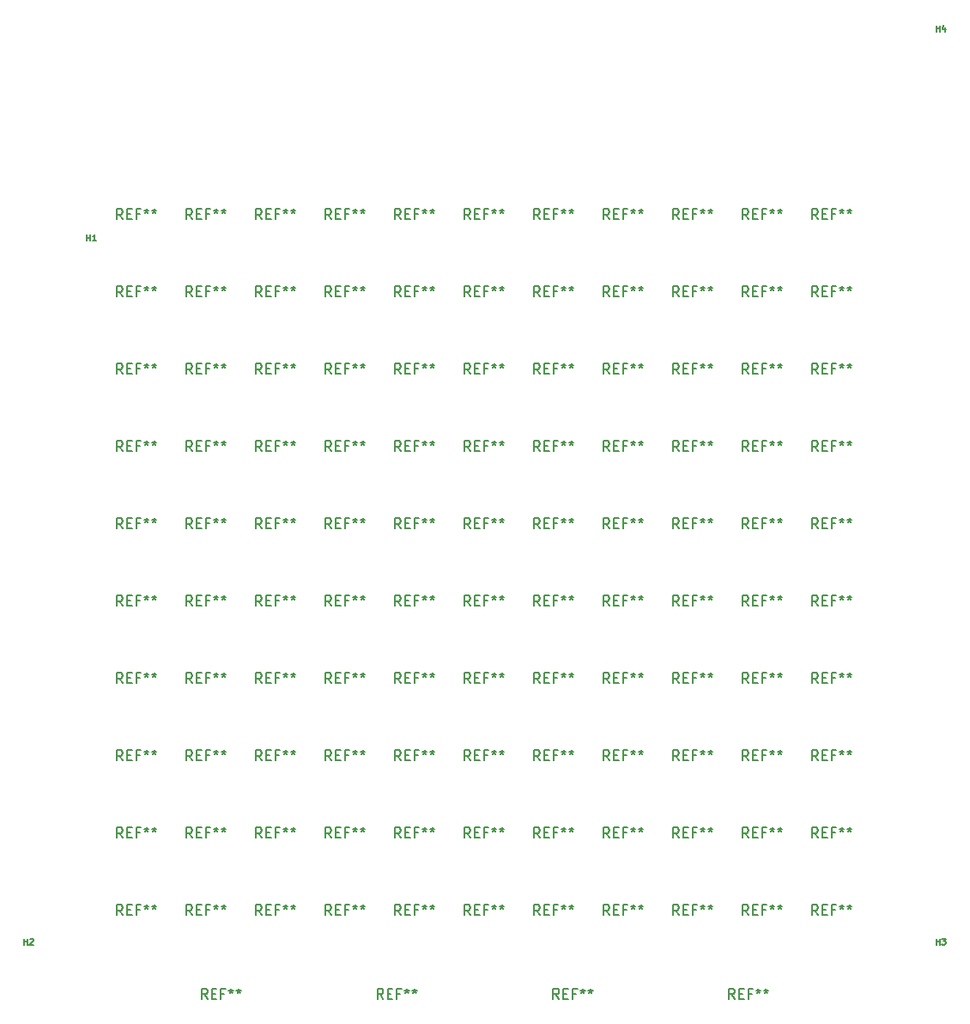
<source format=gbr>
G04 #@! TF.GenerationSoftware,KiCad,Pcbnew,(5.1.5)-2*
G04 #@! TF.CreationDate,2019-12-12T13:27:44-05:00*
G04 #@! TF.ProjectId,spacer,73706163-6572-42e6-9b69-6361645f7063,rev?*
G04 #@! TF.SameCoordinates,Original*
G04 #@! TF.FileFunction,Legend,Top*
G04 #@! TF.FilePolarity,Positive*
%FSLAX46Y46*%
G04 Gerber Fmt 4.6, Leading zero omitted, Abs format (unit mm)*
G04 Created by KiCad (PCBNEW (5.1.5)-2) date 2019-12-12 13:27:44*
%MOMM*%
%LPD*%
G04 APERTURE LIST*
%ADD10C,0.150000*%
%ADD11C,0.130000*%
G04 APERTURE END LIST*
D10*
X74666666Y-97397380D02*
X74333333Y-96921190D01*
X74095238Y-97397380D02*
X74095238Y-96397380D01*
X74476190Y-96397380D01*
X74571428Y-96445000D01*
X74619047Y-96492619D01*
X74666666Y-96587857D01*
X74666666Y-96730714D01*
X74619047Y-96825952D01*
X74571428Y-96873571D01*
X74476190Y-96921190D01*
X74095238Y-96921190D01*
X75095238Y-96873571D02*
X75428571Y-96873571D01*
X75571428Y-97397380D02*
X75095238Y-97397380D01*
X75095238Y-96397380D01*
X75571428Y-96397380D01*
X76333333Y-96873571D02*
X76000000Y-96873571D01*
X76000000Y-97397380D02*
X76000000Y-96397380D01*
X76476190Y-96397380D01*
X77000000Y-96397380D02*
X77000000Y-96635476D01*
X76761904Y-96540238D02*
X77000000Y-96635476D01*
X77238095Y-96540238D01*
X76857142Y-96825952D02*
X77000000Y-96635476D01*
X77142857Y-96825952D01*
X77761904Y-96397380D02*
X77761904Y-96635476D01*
X77523809Y-96540238D02*
X77761904Y-96635476D01*
X78000000Y-96540238D01*
X77619047Y-96825952D02*
X77761904Y-96635476D01*
X77904761Y-96825952D01*
X57333332Y-97397380D02*
X56999999Y-96921190D01*
X56761904Y-97397380D02*
X56761904Y-96397380D01*
X57142856Y-96397380D01*
X57238094Y-96445000D01*
X57285713Y-96492619D01*
X57333332Y-96587857D01*
X57333332Y-96730714D01*
X57285713Y-96825952D01*
X57238094Y-96873571D01*
X57142856Y-96921190D01*
X56761904Y-96921190D01*
X57761904Y-96873571D02*
X58095237Y-96873571D01*
X58238094Y-97397380D02*
X57761904Y-97397380D01*
X57761904Y-96397380D01*
X58238094Y-96397380D01*
X58999999Y-96873571D02*
X58666666Y-96873571D01*
X58666666Y-97397380D02*
X58666666Y-96397380D01*
X59142856Y-96397380D01*
X59666666Y-96397380D02*
X59666666Y-96635476D01*
X59428570Y-96540238D02*
X59666666Y-96635476D01*
X59904761Y-96540238D01*
X59523808Y-96825952D02*
X59666666Y-96635476D01*
X59809523Y-96825952D01*
X60428570Y-96397380D02*
X60428570Y-96635476D01*
X60190475Y-96540238D02*
X60428570Y-96635476D01*
X60666666Y-96540238D01*
X60285713Y-96825952D02*
X60428570Y-96635476D01*
X60571427Y-96825952D01*
X39999999Y-97397380D02*
X39666666Y-96921190D01*
X39428571Y-97397380D02*
X39428571Y-96397380D01*
X39809523Y-96397380D01*
X39904761Y-96445000D01*
X39952380Y-96492619D01*
X39999999Y-96587857D01*
X39999999Y-96730714D01*
X39952380Y-96825952D01*
X39904761Y-96873571D01*
X39809523Y-96921190D01*
X39428571Y-96921190D01*
X40428571Y-96873571D02*
X40761904Y-96873571D01*
X40904761Y-97397380D02*
X40428571Y-97397380D01*
X40428571Y-96397380D01*
X40904761Y-96397380D01*
X41666666Y-96873571D02*
X41333333Y-96873571D01*
X41333333Y-97397380D02*
X41333333Y-96397380D01*
X41809523Y-96397380D01*
X42333333Y-96397380D02*
X42333333Y-96635476D01*
X42095237Y-96540238D02*
X42333333Y-96635476D01*
X42571428Y-96540238D01*
X42190475Y-96825952D02*
X42333333Y-96635476D01*
X42476190Y-96825952D01*
X43095237Y-96397380D02*
X43095237Y-96635476D01*
X42857142Y-96540238D02*
X43095237Y-96635476D01*
X43333333Y-96540238D01*
X42952380Y-96825952D02*
X43095237Y-96635476D01*
X43238094Y-96825952D01*
X22666666Y-97397380D02*
X22333333Y-96921190D01*
X22095238Y-97397380D02*
X22095238Y-96397380D01*
X22476190Y-96397380D01*
X22571428Y-96445000D01*
X22619047Y-96492619D01*
X22666666Y-96587857D01*
X22666666Y-96730714D01*
X22619047Y-96825952D01*
X22571428Y-96873571D01*
X22476190Y-96921190D01*
X22095238Y-96921190D01*
X23095238Y-96873571D02*
X23428571Y-96873571D01*
X23571428Y-97397380D02*
X23095238Y-97397380D01*
X23095238Y-96397380D01*
X23571428Y-96397380D01*
X24333333Y-96873571D02*
X24000000Y-96873571D01*
X24000000Y-97397380D02*
X24000000Y-96397380D01*
X24476190Y-96397380D01*
X25000000Y-96397380D02*
X25000000Y-96635476D01*
X24761904Y-96540238D02*
X25000000Y-96635476D01*
X25238095Y-96540238D01*
X24857142Y-96825952D02*
X25000000Y-96635476D01*
X25142857Y-96825952D01*
X25761904Y-96397380D02*
X25761904Y-96635476D01*
X25523809Y-96540238D02*
X25761904Y-96635476D01*
X26000000Y-96540238D01*
X25619047Y-96825952D02*
X25761904Y-96635476D01*
X25904761Y-96825952D01*
X82883866Y-89142380D02*
X82550533Y-88666190D01*
X82312438Y-89142380D02*
X82312438Y-88142380D01*
X82693390Y-88142380D01*
X82788628Y-88190000D01*
X82836247Y-88237619D01*
X82883866Y-88332857D01*
X82883866Y-88475714D01*
X82836247Y-88570952D01*
X82788628Y-88618571D01*
X82693390Y-88666190D01*
X82312438Y-88666190D01*
X83312438Y-88618571D02*
X83645771Y-88618571D01*
X83788628Y-89142380D02*
X83312438Y-89142380D01*
X83312438Y-88142380D01*
X83788628Y-88142380D01*
X84550533Y-88618571D02*
X84217200Y-88618571D01*
X84217200Y-89142380D02*
X84217200Y-88142380D01*
X84693390Y-88142380D01*
X85217200Y-88142380D02*
X85217200Y-88380476D01*
X84979104Y-88285238D02*
X85217200Y-88380476D01*
X85455295Y-88285238D01*
X85074342Y-88570952D02*
X85217200Y-88380476D01*
X85360057Y-88570952D01*
X85979104Y-88142380D02*
X85979104Y-88380476D01*
X85741009Y-88285238D02*
X85979104Y-88380476D01*
X86217200Y-88285238D01*
X85836247Y-88570952D02*
X85979104Y-88380476D01*
X86121961Y-88570952D01*
X76025866Y-89142380D02*
X75692533Y-88666190D01*
X75454438Y-89142380D02*
X75454438Y-88142380D01*
X75835390Y-88142380D01*
X75930628Y-88190000D01*
X75978247Y-88237619D01*
X76025866Y-88332857D01*
X76025866Y-88475714D01*
X75978247Y-88570952D01*
X75930628Y-88618571D01*
X75835390Y-88666190D01*
X75454438Y-88666190D01*
X76454438Y-88618571D02*
X76787771Y-88618571D01*
X76930628Y-89142380D02*
X76454438Y-89142380D01*
X76454438Y-88142380D01*
X76930628Y-88142380D01*
X77692533Y-88618571D02*
X77359200Y-88618571D01*
X77359200Y-89142380D02*
X77359200Y-88142380D01*
X77835390Y-88142380D01*
X78359200Y-88142380D02*
X78359200Y-88380476D01*
X78121104Y-88285238D02*
X78359200Y-88380476D01*
X78597295Y-88285238D01*
X78216342Y-88570952D02*
X78359200Y-88380476D01*
X78502057Y-88570952D01*
X79121104Y-88142380D02*
X79121104Y-88380476D01*
X78883009Y-88285238D02*
X79121104Y-88380476D01*
X79359200Y-88285238D01*
X78978247Y-88570952D02*
X79121104Y-88380476D01*
X79263961Y-88570952D01*
X69167866Y-89142380D02*
X68834533Y-88666190D01*
X68596438Y-89142380D02*
X68596438Y-88142380D01*
X68977390Y-88142380D01*
X69072628Y-88190000D01*
X69120247Y-88237619D01*
X69167866Y-88332857D01*
X69167866Y-88475714D01*
X69120247Y-88570952D01*
X69072628Y-88618571D01*
X68977390Y-88666190D01*
X68596438Y-88666190D01*
X69596438Y-88618571D02*
X69929771Y-88618571D01*
X70072628Y-89142380D02*
X69596438Y-89142380D01*
X69596438Y-88142380D01*
X70072628Y-88142380D01*
X70834533Y-88618571D02*
X70501200Y-88618571D01*
X70501200Y-89142380D02*
X70501200Y-88142380D01*
X70977390Y-88142380D01*
X71501200Y-88142380D02*
X71501200Y-88380476D01*
X71263104Y-88285238D02*
X71501200Y-88380476D01*
X71739295Y-88285238D01*
X71358342Y-88570952D02*
X71501200Y-88380476D01*
X71644057Y-88570952D01*
X72263104Y-88142380D02*
X72263104Y-88380476D01*
X72025009Y-88285238D02*
X72263104Y-88380476D01*
X72501200Y-88285238D01*
X72120247Y-88570952D02*
X72263104Y-88380476D01*
X72405961Y-88570952D01*
X62309866Y-89142380D02*
X61976533Y-88666190D01*
X61738438Y-89142380D02*
X61738438Y-88142380D01*
X62119390Y-88142380D01*
X62214628Y-88190000D01*
X62262247Y-88237619D01*
X62309866Y-88332857D01*
X62309866Y-88475714D01*
X62262247Y-88570952D01*
X62214628Y-88618571D01*
X62119390Y-88666190D01*
X61738438Y-88666190D01*
X62738438Y-88618571D02*
X63071771Y-88618571D01*
X63214628Y-89142380D02*
X62738438Y-89142380D01*
X62738438Y-88142380D01*
X63214628Y-88142380D01*
X63976533Y-88618571D02*
X63643200Y-88618571D01*
X63643200Y-89142380D02*
X63643200Y-88142380D01*
X64119390Y-88142380D01*
X64643200Y-88142380D02*
X64643200Y-88380476D01*
X64405104Y-88285238D02*
X64643200Y-88380476D01*
X64881295Y-88285238D01*
X64500342Y-88570952D02*
X64643200Y-88380476D01*
X64786057Y-88570952D01*
X65405104Y-88142380D02*
X65405104Y-88380476D01*
X65167009Y-88285238D02*
X65405104Y-88380476D01*
X65643200Y-88285238D01*
X65262247Y-88570952D02*
X65405104Y-88380476D01*
X65547961Y-88570952D01*
X55451866Y-89142380D02*
X55118533Y-88666190D01*
X54880438Y-89142380D02*
X54880438Y-88142380D01*
X55261390Y-88142380D01*
X55356628Y-88190000D01*
X55404247Y-88237619D01*
X55451866Y-88332857D01*
X55451866Y-88475714D01*
X55404247Y-88570952D01*
X55356628Y-88618571D01*
X55261390Y-88666190D01*
X54880438Y-88666190D01*
X55880438Y-88618571D02*
X56213771Y-88618571D01*
X56356628Y-89142380D02*
X55880438Y-89142380D01*
X55880438Y-88142380D01*
X56356628Y-88142380D01*
X57118533Y-88618571D02*
X56785200Y-88618571D01*
X56785200Y-89142380D02*
X56785200Y-88142380D01*
X57261390Y-88142380D01*
X57785200Y-88142380D02*
X57785200Y-88380476D01*
X57547104Y-88285238D02*
X57785200Y-88380476D01*
X58023295Y-88285238D01*
X57642342Y-88570952D02*
X57785200Y-88380476D01*
X57928057Y-88570952D01*
X58547104Y-88142380D02*
X58547104Y-88380476D01*
X58309009Y-88285238D02*
X58547104Y-88380476D01*
X58785200Y-88285238D01*
X58404247Y-88570952D02*
X58547104Y-88380476D01*
X58689961Y-88570952D01*
X48593866Y-89142380D02*
X48260533Y-88666190D01*
X48022438Y-89142380D02*
X48022438Y-88142380D01*
X48403390Y-88142380D01*
X48498628Y-88190000D01*
X48546247Y-88237619D01*
X48593866Y-88332857D01*
X48593866Y-88475714D01*
X48546247Y-88570952D01*
X48498628Y-88618571D01*
X48403390Y-88666190D01*
X48022438Y-88666190D01*
X49022438Y-88618571D02*
X49355771Y-88618571D01*
X49498628Y-89142380D02*
X49022438Y-89142380D01*
X49022438Y-88142380D01*
X49498628Y-88142380D01*
X50260533Y-88618571D02*
X49927200Y-88618571D01*
X49927200Y-89142380D02*
X49927200Y-88142380D01*
X50403390Y-88142380D01*
X50927200Y-88142380D02*
X50927200Y-88380476D01*
X50689104Y-88285238D02*
X50927200Y-88380476D01*
X51165295Y-88285238D01*
X50784342Y-88570952D02*
X50927200Y-88380476D01*
X51070057Y-88570952D01*
X51689104Y-88142380D02*
X51689104Y-88380476D01*
X51451009Y-88285238D02*
X51689104Y-88380476D01*
X51927200Y-88285238D01*
X51546247Y-88570952D02*
X51689104Y-88380476D01*
X51831961Y-88570952D01*
X41735866Y-89142380D02*
X41402533Y-88666190D01*
X41164438Y-89142380D02*
X41164438Y-88142380D01*
X41545390Y-88142380D01*
X41640628Y-88190000D01*
X41688247Y-88237619D01*
X41735866Y-88332857D01*
X41735866Y-88475714D01*
X41688247Y-88570952D01*
X41640628Y-88618571D01*
X41545390Y-88666190D01*
X41164438Y-88666190D01*
X42164438Y-88618571D02*
X42497771Y-88618571D01*
X42640628Y-89142380D02*
X42164438Y-89142380D01*
X42164438Y-88142380D01*
X42640628Y-88142380D01*
X43402533Y-88618571D02*
X43069200Y-88618571D01*
X43069200Y-89142380D02*
X43069200Y-88142380D01*
X43545390Y-88142380D01*
X44069200Y-88142380D02*
X44069200Y-88380476D01*
X43831104Y-88285238D02*
X44069200Y-88380476D01*
X44307295Y-88285238D01*
X43926342Y-88570952D02*
X44069200Y-88380476D01*
X44212057Y-88570952D01*
X44831104Y-88142380D02*
X44831104Y-88380476D01*
X44593009Y-88285238D02*
X44831104Y-88380476D01*
X45069200Y-88285238D01*
X44688247Y-88570952D02*
X44831104Y-88380476D01*
X44973961Y-88570952D01*
X34877866Y-89142380D02*
X34544533Y-88666190D01*
X34306438Y-89142380D02*
X34306438Y-88142380D01*
X34687390Y-88142380D01*
X34782628Y-88190000D01*
X34830247Y-88237619D01*
X34877866Y-88332857D01*
X34877866Y-88475714D01*
X34830247Y-88570952D01*
X34782628Y-88618571D01*
X34687390Y-88666190D01*
X34306438Y-88666190D01*
X35306438Y-88618571D02*
X35639771Y-88618571D01*
X35782628Y-89142380D02*
X35306438Y-89142380D01*
X35306438Y-88142380D01*
X35782628Y-88142380D01*
X36544533Y-88618571D02*
X36211200Y-88618571D01*
X36211200Y-89142380D02*
X36211200Y-88142380D01*
X36687390Y-88142380D01*
X37211200Y-88142380D02*
X37211200Y-88380476D01*
X36973104Y-88285238D02*
X37211200Y-88380476D01*
X37449295Y-88285238D01*
X37068342Y-88570952D02*
X37211200Y-88380476D01*
X37354057Y-88570952D01*
X37973104Y-88142380D02*
X37973104Y-88380476D01*
X37735009Y-88285238D02*
X37973104Y-88380476D01*
X38211200Y-88285238D01*
X37830247Y-88570952D02*
X37973104Y-88380476D01*
X38115961Y-88570952D01*
X28019866Y-89142380D02*
X27686533Y-88666190D01*
X27448438Y-89142380D02*
X27448438Y-88142380D01*
X27829390Y-88142380D01*
X27924628Y-88190000D01*
X27972247Y-88237619D01*
X28019866Y-88332857D01*
X28019866Y-88475714D01*
X27972247Y-88570952D01*
X27924628Y-88618571D01*
X27829390Y-88666190D01*
X27448438Y-88666190D01*
X28448438Y-88618571D02*
X28781771Y-88618571D01*
X28924628Y-89142380D02*
X28448438Y-89142380D01*
X28448438Y-88142380D01*
X28924628Y-88142380D01*
X29686533Y-88618571D02*
X29353200Y-88618571D01*
X29353200Y-89142380D02*
X29353200Y-88142380D01*
X29829390Y-88142380D01*
X30353200Y-88142380D02*
X30353200Y-88380476D01*
X30115104Y-88285238D02*
X30353200Y-88380476D01*
X30591295Y-88285238D01*
X30210342Y-88570952D02*
X30353200Y-88380476D01*
X30496057Y-88570952D01*
X31115104Y-88142380D02*
X31115104Y-88380476D01*
X30877009Y-88285238D02*
X31115104Y-88380476D01*
X31353200Y-88285238D01*
X30972247Y-88570952D02*
X31115104Y-88380476D01*
X31257961Y-88570952D01*
X21161866Y-89142380D02*
X20828533Y-88666190D01*
X20590438Y-89142380D02*
X20590438Y-88142380D01*
X20971390Y-88142380D01*
X21066628Y-88190000D01*
X21114247Y-88237619D01*
X21161866Y-88332857D01*
X21161866Y-88475714D01*
X21114247Y-88570952D01*
X21066628Y-88618571D01*
X20971390Y-88666190D01*
X20590438Y-88666190D01*
X21590438Y-88618571D02*
X21923771Y-88618571D01*
X22066628Y-89142380D02*
X21590438Y-89142380D01*
X21590438Y-88142380D01*
X22066628Y-88142380D01*
X22828533Y-88618571D02*
X22495200Y-88618571D01*
X22495200Y-89142380D02*
X22495200Y-88142380D01*
X22971390Y-88142380D01*
X23495200Y-88142380D02*
X23495200Y-88380476D01*
X23257104Y-88285238D02*
X23495200Y-88380476D01*
X23733295Y-88285238D01*
X23352342Y-88570952D02*
X23495200Y-88380476D01*
X23638057Y-88570952D01*
X24257104Y-88142380D02*
X24257104Y-88380476D01*
X24019009Y-88285238D02*
X24257104Y-88380476D01*
X24495200Y-88285238D01*
X24114247Y-88570952D02*
X24257104Y-88380476D01*
X24399961Y-88570952D01*
X14303866Y-89142380D02*
X13970533Y-88666190D01*
X13732438Y-89142380D02*
X13732438Y-88142380D01*
X14113390Y-88142380D01*
X14208628Y-88190000D01*
X14256247Y-88237619D01*
X14303866Y-88332857D01*
X14303866Y-88475714D01*
X14256247Y-88570952D01*
X14208628Y-88618571D01*
X14113390Y-88666190D01*
X13732438Y-88666190D01*
X14732438Y-88618571D02*
X15065771Y-88618571D01*
X15208628Y-89142380D02*
X14732438Y-89142380D01*
X14732438Y-88142380D01*
X15208628Y-88142380D01*
X15970533Y-88618571D02*
X15637200Y-88618571D01*
X15637200Y-89142380D02*
X15637200Y-88142380D01*
X16113390Y-88142380D01*
X16637200Y-88142380D02*
X16637200Y-88380476D01*
X16399104Y-88285238D02*
X16637200Y-88380476D01*
X16875295Y-88285238D01*
X16494342Y-88570952D02*
X16637200Y-88380476D01*
X16780057Y-88570952D01*
X17399104Y-88142380D02*
X17399104Y-88380476D01*
X17161009Y-88285238D02*
X17399104Y-88380476D01*
X17637200Y-88285238D01*
X17256247Y-88570952D02*
X17399104Y-88380476D01*
X17541961Y-88570952D01*
X82883866Y-81522380D02*
X82550533Y-81046190D01*
X82312438Y-81522380D02*
X82312438Y-80522380D01*
X82693390Y-80522380D01*
X82788628Y-80570000D01*
X82836247Y-80617619D01*
X82883866Y-80712857D01*
X82883866Y-80855714D01*
X82836247Y-80950952D01*
X82788628Y-80998571D01*
X82693390Y-81046190D01*
X82312438Y-81046190D01*
X83312438Y-80998571D02*
X83645771Y-80998571D01*
X83788628Y-81522380D02*
X83312438Y-81522380D01*
X83312438Y-80522380D01*
X83788628Y-80522380D01*
X84550533Y-80998571D02*
X84217200Y-80998571D01*
X84217200Y-81522380D02*
X84217200Y-80522380D01*
X84693390Y-80522380D01*
X85217200Y-80522380D02*
X85217200Y-80760476D01*
X84979104Y-80665238D02*
X85217200Y-80760476D01*
X85455295Y-80665238D01*
X85074342Y-80950952D02*
X85217200Y-80760476D01*
X85360057Y-80950952D01*
X85979104Y-80522380D02*
X85979104Y-80760476D01*
X85741009Y-80665238D02*
X85979104Y-80760476D01*
X86217200Y-80665238D01*
X85836247Y-80950952D02*
X85979104Y-80760476D01*
X86121961Y-80950952D01*
X76025866Y-81522380D02*
X75692533Y-81046190D01*
X75454438Y-81522380D02*
X75454438Y-80522380D01*
X75835390Y-80522380D01*
X75930628Y-80570000D01*
X75978247Y-80617619D01*
X76025866Y-80712857D01*
X76025866Y-80855714D01*
X75978247Y-80950952D01*
X75930628Y-80998571D01*
X75835390Y-81046190D01*
X75454438Y-81046190D01*
X76454438Y-80998571D02*
X76787771Y-80998571D01*
X76930628Y-81522380D02*
X76454438Y-81522380D01*
X76454438Y-80522380D01*
X76930628Y-80522380D01*
X77692533Y-80998571D02*
X77359200Y-80998571D01*
X77359200Y-81522380D02*
X77359200Y-80522380D01*
X77835390Y-80522380D01*
X78359200Y-80522380D02*
X78359200Y-80760476D01*
X78121104Y-80665238D02*
X78359200Y-80760476D01*
X78597295Y-80665238D01*
X78216342Y-80950952D02*
X78359200Y-80760476D01*
X78502057Y-80950952D01*
X79121104Y-80522380D02*
X79121104Y-80760476D01*
X78883009Y-80665238D02*
X79121104Y-80760476D01*
X79359200Y-80665238D01*
X78978247Y-80950952D02*
X79121104Y-80760476D01*
X79263961Y-80950952D01*
X69167866Y-81522380D02*
X68834533Y-81046190D01*
X68596438Y-81522380D02*
X68596438Y-80522380D01*
X68977390Y-80522380D01*
X69072628Y-80570000D01*
X69120247Y-80617619D01*
X69167866Y-80712857D01*
X69167866Y-80855714D01*
X69120247Y-80950952D01*
X69072628Y-80998571D01*
X68977390Y-81046190D01*
X68596438Y-81046190D01*
X69596438Y-80998571D02*
X69929771Y-80998571D01*
X70072628Y-81522380D02*
X69596438Y-81522380D01*
X69596438Y-80522380D01*
X70072628Y-80522380D01*
X70834533Y-80998571D02*
X70501200Y-80998571D01*
X70501200Y-81522380D02*
X70501200Y-80522380D01*
X70977390Y-80522380D01*
X71501200Y-80522380D02*
X71501200Y-80760476D01*
X71263104Y-80665238D02*
X71501200Y-80760476D01*
X71739295Y-80665238D01*
X71358342Y-80950952D02*
X71501200Y-80760476D01*
X71644057Y-80950952D01*
X72263104Y-80522380D02*
X72263104Y-80760476D01*
X72025009Y-80665238D02*
X72263104Y-80760476D01*
X72501200Y-80665238D01*
X72120247Y-80950952D02*
X72263104Y-80760476D01*
X72405961Y-80950952D01*
X62309866Y-81522380D02*
X61976533Y-81046190D01*
X61738438Y-81522380D02*
X61738438Y-80522380D01*
X62119390Y-80522380D01*
X62214628Y-80570000D01*
X62262247Y-80617619D01*
X62309866Y-80712857D01*
X62309866Y-80855714D01*
X62262247Y-80950952D01*
X62214628Y-80998571D01*
X62119390Y-81046190D01*
X61738438Y-81046190D01*
X62738438Y-80998571D02*
X63071771Y-80998571D01*
X63214628Y-81522380D02*
X62738438Y-81522380D01*
X62738438Y-80522380D01*
X63214628Y-80522380D01*
X63976533Y-80998571D02*
X63643200Y-80998571D01*
X63643200Y-81522380D02*
X63643200Y-80522380D01*
X64119390Y-80522380D01*
X64643200Y-80522380D02*
X64643200Y-80760476D01*
X64405104Y-80665238D02*
X64643200Y-80760476D01*
X64881295Y-80665238D01*
X64500342Y-80950952D02*
X64643200Y-80760476D01*
X64786057Y-80950952D01*
X65405104Y-80522380D02*
X65405104Y-80760476D01*
X65167009Y-80665238D02*
X65405104Y-80760476D01*
X65643200Y-80665238D01*
X65262247Y-80950952D02*
X65405104Y-80760476D01*
X65547961Y-80950952D01*
X55451866Y-81522380D02*
X55118533Y-81046190D01*
X54880438Y-81522380D02*
X54880438Y-80522380D01*
X55261390Y-80522380D01*
X55356628Y-80570000D01*
X55404247Y-80617619D01*
X55451866Y-80712857D01*
X55451866Y-80855714D01*
X55404247Y-80950952D01*
X55356628Y-80998571D01*
X55261390Y-81046190D01*
X54880438Y-81046190D01*
X55880438Y-80998571D02*
X56213771Y-80998571D01*
X56356628Y-81522380D02*
X55880438Y-81522380D01*
X55880438Y-80522380D01*
X56356628Y-80522380D01*
X57118533Y-80998571D02*
X56785200Y-80998571D01*
X56785200Y-81522380D02*
X56785200Y-80522380D01*
X57261390Y-80522380D01*
X57785200Y-80522380D02*
X57785200Y-80760476D01*
X57547104Y-80665238D02*
X57785200Y-80760476D01*
X58023295Y-80665238D01*
X57642342Y-80950952D02*
X57785200Y-80760476D01*
X57928057Y-80950952D01*
X58547104Y-80522380D02*
X58547104Y-80760476D01*
X58309009Y-80665238D02*
X58547104Y-80760476D01*
X58785200Y-80665238D01*
X58404247Y-80950952D02*
X58547104Y-80760476D01*
X58689961Y-80950952D01*
X48593866Y-81522380D02*
X48260533Y-81046190D01*
X48022438Y-81522380D02*
X48022438Y-80522380D01*
X48403390Y-80522380D01*
X48498628Y-80570000D01*
X48546247Y-80617619D01*
X48593866Y-80712857D01*
X48593866Y-80855714D01*
X48546247Y-80950952D01*
X48498628Y-80998571D01*
X48403390Y-81046190D01*
X48022438Y-81046190D01*
X49022438Y-80998571D02*
X49355771Y-80998571D01*
X49498628Y-81522380D02*
X49022438Y-81522380D01*
X49022438Y-80522380D01*
X49498628Y-80522380D01*
X50260533Y-80998571D02*
X49927200Y-80998571D01*
X49927200Y-81522380D02*
X49927200Y-80522380D01*
X50403390Y-80522380D01*
X50927200Y-80522380D02*
X50927200Y-80760476D01*
X50689104Y-80665238D02*
X50927200Y-80760476D01*
X51165295Y-80665238D01*
X50784342Y-80950952D02*
X50927200Y-80760476D01*
X51070057Y-80950952D01*
X51689104Y-80522380D02*
X51689104Y-80760476D01*
X51451009Y-80665238D02*
X51689104Y-80760476D01*
X51927200Y-80665238D01*
X51546247Y-80950952D02*
X51689104Y-80760476D01*
X51831961Y-80950952D01*
X41735866Y-81522380D02*
X41402533Y-81046190D01*
X41164438Y-81522380D02*
X41164438Y-80522380D01*
X41545390Y-80522380D01*
X41640628Y-80570000D01*
X41688247Y-80617619D01*
X41735866Y-80712857D01*
X41735866Y-80855714D01*
X41688247Y-80950952D01*
X41640628Y-80998571D01*
X41545390Y-81046190D01*
X41164438Y-81046190D01*
X42164438Y-80998571D02*
X42497771Y-80998571D01*
X42640628Y-81522380D02*
X42164438Y-81522380D01*
X42164438Y-80522380D01*
X42640628Y-80522380D01*
X43402533Y-80998571D02*
X43069200Y-80998571D01*
X43069200Y-81522380D02*
X43069200Y-80522380D01*
X43545390Y-80522380D01*
X44069200Y-80522380D02*
X44069200Y-80760476D01*
X43831104Y-80665238D02*
X44069200Y-80760476D01*
X44307295Y-80665238D01*
X43926342Y-80950952D02*
X44069200Y-80760476D01*
X44212057Y-80950952D01*
X44831104Y-80522380D02*
X44831104Y-80760476D01*
X44593009Y-80665238D02*
X44831104Y-80760476D01*
X45069200Y-80665238D01*
X44688247Y-80950952D02*
X44831104Y-80760476D01*
X44973961Y-80950952D01*
X34877866Y-81522380D02*
X34544533Y-81046190D01*
X34306438Y-81522380D02*
X34306438Y-80522380D01*
X34687390Y-80522380D01*
X34782628Y-80570000D01*
X34830247Y-80617619D01*
X34877866Y-80712857D01*
X34877866Y-80855714D01*
X34830247Y-80950952D01*
X34782628Y-80998571D01*
X34687390Y-81046190D01*
X34306438Y-81046190D01*
X35306438Y-80998571D02*
X35639771Y-80998571D01*
X35782628Y-81522380D02*
X35306438Y-81522380D01*
X35306438Y-80522380D01*
X35782628Y-80522380D01*
X36544533Y-80998571D02*
X36211200Y-80998571D01*
X36211200Y-81522380D02*
X36211200Y-80522380D01*
X36687390Y-80522380D01*
X37211200Y-80522380D02*
X37211200Y-80760476D01*
X36973104Y-80665238D02*
X37211200Y-80760476D01*
X37449295Y-80665238D01*
X37068342Y-80950952D02*
X37211200Y-80760476D01*
X37354057Y-80950952D01*
X37973104Y-80522380D02*
X37973104Y-80760476D01*
X37735009Y-80665238D02*
X37973104Y-80760476D01*
X38211200Y-80665238D01*
X37830247Y-80950952D02*
X37973104Y-80760476D01*
X38115961Y-80950952D01*
X28019866Y-81522380D02*
X27686533Y-81046190D01*
X27448438Y-81522380D02*
X27448438Y-80522380D01*
X27829390Y-80522380D01*
X27924628Y-80570000D01*
X27972247Y-80617619D01*
X28019866Y-80712857D01*
X28019866Y-80855714D01*
X27972247Y-80950952D01*
X27924628Y-80998571D01*
X27829390Y-81046190D01*
X27448438Y-81046190D01*
X28448438Y-80998571D02*
X28781771Y-80998571D01*
X28924628Y-81522380D02*
X28448438Y-81522380D01*
X28448438Y-80522380D01*
X28924628Y-80522380D01*
X29686533Y-80998571D02*
X29353200Y-80998571D01*
X29353200Y-81522380D02*
X29353200Y-80522380D01*
X29829390Y-80522380D01*
X30353200Y-80522380D02*
X30353200Y-80760476D01*
X30115104Y-80665238D02*
X30353200Y-80760476D01*
X30591295Y-80665238D01*
X30210342Y-80950952D02*
X30353200Y-80760476D01*
X30496057Y-80950952D01*
X31115104Y-80522380D02*
X31115104Y-80760476D01*
X30877009Y-80665238D02*
X31115104Y-80760476D01*
X31353200Y-80665238D01*
X30972247Y-80950952D02*
X31115104Y-80760476D01*
X31257961Y-80950952D01*
X21161866Y-81522380D02*
X20828533Y-81046190D01*
X20590438Y-81522380D02*
X20590438Y-80522380D01*
X20971390Y-80522380D01*
X21066628Y-80570000D01*
X21114247Y-80617619D01*
X21161866Y-80712857D01*
X21161866Y-80855714D01*
X21114247Y-80950952D01*
X21066628Y-80998571D01*
X20971390Y-81046190D01*
X20590438Y-81046190D01*
X21590438Y-80998571D02*
X21923771Y-80998571D01*
X22066628Y-81522380D02*
X21590438Y-81522380D01*
X21590438Y-80522380D01*
X22066628Y-80522380D01*
X22828533Y-80998571D02*
X22495200Y-80998571D01*
X22495200Y-81522380D02*
X22495200Y-80522380D01*
X22971390Y-80522380D01*
X23495200Y-80522380D02*
X23495200Y-80760476D01*
X23257104Y-80665238D02*
X23495200Y-80760476D01*
X23733295Y-80665238D01*
X23352342Y-80950952D02*
X23495200Y-80760476D01*
X23638057Y-80950952D01*
X24257104Y-80522380D02*
X24257104Y-80760476D01*
X24019009Y-80665238D02*
X24257104Y-80760476D01*
X24495200Y-80665238D01*
X24114247Y-80950952D02*
X24257104Y-80760476D01*
X24399961Y-80950952D01*
X14303866Y-81522380D02*
X13970533Y-81046190D01*
X13732438Y-81522380D02*
X13732438Y-80522380D01*
X14113390Y-80522380D01*
X14208628Y-80570000D01*
X14256247Y-80617619D01*
X14303866Y-80712857D01*
X14303866Y-80855714D01*
X14256247Y-80950952D01*
X14208628Y-80998571D01*
X14113390Y-81046190D01*
X13732438Y-81046190D01*
X14732438Y-80998571D02*
X15065771Y-80998571D01*
X15208628Y-81522380D02*
X14732438Y-81522380D01*
X14732438Y-80522380D01*
X15208628Y-80522380D01*
X15970533Y-80998571D02*
X15637200Y-80998571D01*
X15637200Y-81522380D02*
X15637200Y-80522380D01*
X16113390Y-80522380D01*
X16637200Y-80522380D02*
X16637200Y-80760476D01*
X16399104Y-80665238D02*
X16637200Y-80760476D01*
X16875295Y-80665238D01*
X16494342Y-80950952D02*
X16637200Y-80760476D01*
X16780057Y-80950952D01*
X17399104Y-80522380D02*
X17399104Y-80760476D01*
X17161009Y-80665238D02*
X17399104Y-80760476D01*
X17637200Y-80665238D01*
X17256247Y-80950952D02*
X17399104Y-80760476D01*
X17541961Y-80950952D01*
X82883866Y-73902380D02*
X82550533Y-73426190D01*
X82312438Y-73902380D02*
X82312438Y-72902380D01*
X82693390Y-72902380D01*
X82788628Y-72950000D01*
X82836247Y-72997619D01*
X82883866Y-73092857D01*
X82883866Y-73235714D01*
X82836247Y-73330952D01*
X82788628Y-73378571D01*
X82693390Y-73426190D01*
X82312438Y-73426190D01*
X83312438Y-73378571D02*
X83645771Y-73378571D01*
X83788628Y-73902380D02*
X83312438Y-73902380D01*
X83312438Y-72902380D01*
X83788628Y-72902380D01*
X84550533Y-73378571D02*
X84217200Y-73378571D01*
X84217200Y-73902380D02*
X84217200Y-72902380D01*
X84693390Y-72902380D01*
X85217200Y-72902380D02*
X85217200Y-73140476D01*
X84979104Y-73045238D02*
X85217200Y-73140476D01*
X85455295Y-73045238D01*
X85074342Y-73330952D02*
X85217200Y-73140476D01*
X85360057Y-73330952D01*
X85979104Y-72902380D02*
X85979104Y-73140476D01*
X85741009Y-73045238D02*
X85979104Y-73140476D01*
X86217200Y-73045238D01*
X85836247Y-73330952D02*
X85979104Y-73140476D01*
X86121961Y-73330952D01*
X76025866Y-73902380D02*
X75692533Y-73426190D01*
X75454438Y-73902380D02*
X75454438Y-72902380D01*
X75835390Y-72902380D01*
X75930628Y-72950000D01*
X75978247Y-72997619D01*
X76025866Y-73092857D01*
X76025866Y-73235714D01*
X75978247Y-73330952D01*
X75930628Y-73378571D01*
X75835390Y-73426190D01*
X75454438Y-73426190D01*
X76454438Y-73378571D02*
X76787771Y-73378571D01*
X76930628Y-73902380D02*
X76454438Y-73902380D01*
X76454438Y-72902380D01*
X76930628Y-72902380D01*
X77692533Y-73378571D02*
X77359200Y-73378571D01*
X77359200Y-73902380D02*
X77359200Y-72902380D01*
X77835390Y-72902380D01*
X78359200Y-72902380D02*
X78359200Y-73140476D01*
X78121104Y-73045238D02*
X78359200Y-73140476D01*
X78597295Y-73045238D01*
X78216342Y-73330952D02*
X78359200Y-73140476D01*
X78502057Y-73330952D01*
X79121104Y-72902380D02*
X79121104Y-73140476D01*
X78883009Y-73045238D02*
X79121104Y-73140476D01*
X79359200Y-73045238D01*
X78978247Y-73330952D02*
X79121104Y-73140476D01*
X79263961Y-73330952D01*
X69167866Y-73902380D02*
X68834533Y-73426190D01*
X68596438Y-73902380D02*
X68596438Y-72902380D01*
X68977390Y-72902380D01*
X69072628Y-72950000D01*
X69120247Y-72997619D01*
X69167866Y-73092857D01*
X69167866Y-73235714D01*
X69120247Y-73330952D01*
X69072628Y-73378571D01*
X68977390Y-73426190D01*
X68596438Y-73426190D01*
X69596438Y-73378571D02*
X69929771Y-73378571D01*
X70072628Y-73902380D02*
X69596438Y-73902380D01*
X69596438Y-72902380D01*
X70072628Y-72902380D01*
X70834533Y-73378571D02*
X70501200Y-73378571D01*
X70501200Y-73902380D02*
X70501200Y-72902380D01*
X70977390Y-72902380D01*
X71501200Y-72902380D02*
X71501200Y-73140476D01*
X71263104Y-73045238D02*
X71501200Y-73140476D01*
X71739295Y-73045238D01*
X71358342Y-73330952D02*
X71501200Y-73140476D01*
X71644057Y-73330952D01*
X72263104Y-72902380D02*
X72263104Y-73140476D01*
X72025009Y-73045238D02*
X72263104Y-73140476D01*
X72501200Y-73045238D01*
X72120247Y-73330952D02*
X72263104Y-73140476D01*
X72405961Y-73330952D01*
X62309866Y-73902380D02*
X61976533Y-73426190D01*
X61738438Y-73902380D02*
X61738438Y-72902380D01*
X62119390Y-72902380D01*
X62214628Y-72950000D01*
X62262247Y-72997619D01*
X62309866Y-73092857D01*
X62309866Y-73235714D01*
X62262247Y-73330952D01*
X62214628Y-73378571D01*
X62119390Y-73426190D01*
X61738438Y-73426190D01*
X62738438Y-73378571D02*
X63071771Y-73378571D01*
X63214628Y-73902380D02*
X62738438Y-73902380D01*
X62738438Y-72902380D01*
X63214628Y-72902380D01*
X63976533Y-73378571D02*
X63643200Y-73378571D01*
X63643200Y-73902380D02*
X63643200Y-72902380D01*
X64119390Y-72902380D01*
X64643200Y-72902380D02*
X64643200Y-73140476D01*
X64405104Y-73045238D02*
X64643200Y-73140476D01*
X64881295Y-73045238D01*
X64500342Y-73330952D02*
X64643200Y-73140476D01*
X64786057Y-73330952D01*
X65405104Y-72902380D02*
X65405104Y-73140476D01*
X65167009Y-73045238D02*
X65405104Y-73140476D01*
X65643200Y-73045238D01*
X65262247Y-73330952D02*
X65405104Y-73140476D01*
X65547961Y-73330952D01*
X55451866Y-73902380D02*
X55118533Y-73426190D01*
X54880438Y-73902380D02*
X54880438Y-72902380D01*
X55261390Y-72902380D01*
X55356628Y-72950000D01*
X55404247Y-72997619D01*
X55451866Y-73092857D01*
X55451866Y-73235714D01*
X55404247Y-73330952D01*
X55356628Y-73378571D01*
X55261390Y-73426190D01*
X54880438Y-73426190D01*
X55880438Y-73378571D02*
X56213771Y-73378571D01*
X56356628Y-73902380D02*
X55880438Y-73902380D01*
X55880438Y-72902380D01*
X56356628Y-72902380D01*
X57118533Y-73378571D02*
X56785200Y-73378571D01*
X56785200Y-73902380D02*
X56785200Y-72902380D01*
X57261390Y-72902380D01*
X57785200Y-72902380D02*
X57785200Y-73140476D01*
X57547104Y-73045238D02*
X57785200Y-73140476D01*
X58023295Y-73045238D01*
X57642342Y-73330952D02*
X57785200Y-73140476D01*
X57928057Y-73330952D01*
X58547104Y-72902380D02*
X58547104Y-73140476D01*
X58309009Y-73045238D02*
X58547104Y-73140476D01*
X58785200Y-73045238D01*
X58404247Y-73330952D02*
X58547104Y-73140476D01*
X58689961Y-73330952D01*
X48593866Y-73902380D02*
X48260533Y-73426190D01*
X48022438Y-73902380D02*
X48022438Y-72902380D01*
X48403390Y-72902380D01*
X48498628Y-72950000D01*
X48546247Y-72997619D01*
X48593866Y-73092857D01*
X48593866Y-73235714D01*
X48546247Y-73330952D01*
X48498628Y-73378571D01*
X48403390Y-73426190D01*
X48022438Y-73426190D01*
X49022438Y-73378571D02*
X49355771Y-73378571D01*
X49498628Y-73902380D02*
X49022438Y-73902380D01*
X49022438Y-72902380D01*
X49498628Y-72902380D01*
X50260533Y-73378571D02*
X49927200Y-73378571D01*
X49927200Y-73902380D02*
X49927200Y-72902380D01*
X50403390Y-72902380D01*
X50927200Y-72902380D02*
X50927200Y-73140476D01*
X50689104Y-73045238D02*
X50927200Y-73140476D01*
X51165295Y-73045238D01*
X50784342Y-73330952D02*
X50927200Y-73140476D01*
X51070057Y-73330952D01*
X51689104Y-72902380D02*
X51689104Y-73140476D01*
X51451009Y-73045238D02*
X51689104Y-73140476D01*
X51927200Y-73045238D01*
X51546247Y-73330952D02*
X51689104Y-73140476D01*
X51831961Y-73330952D01*
X41735866Y-73902380D02*
X41402533Y-73426190D01*
X41164438Y-73902380D02*
X41164438Y-72902380D01*
X41545390Y-72902380D01*
X41640628Y-72950000D01*
X41688247Y-72997619D01*
X41735866Y-73092857D01*
X41735866Y-73235714D01*
X41688247Y-73330952D01*
X41640628Y-73378571D01*
X41545390Y-73426190D01*
X41164438Y-73426190D01*
X42164438Y-73378571D02*
X42497771Y-73378571D01*
X42640628Y-73902380D02*
X42164438Y-73902380D01*
X42164438Y-72902380D01*
X42640628Y-72902380D01*
X43402533Y-73378571D02*
X43069200Y-73378571D01*
X43069200Y-73902380D02*
X43069200Y-72902380D01*
X43545390Y-72902380D01*
X44069200Y-72902380D02*
X44069200Y-73140476D01*
X43831104Y-73045238D02*
X44069200Y-73140476D01*
X44307295Y-73045238D01*
X43926342Y-73330952D02*
X44069200Y-73140476D01*
X44212057Y-73330952D01*
X44831104Y-72902380D02*
X44831104Y-73140476D01*
X44593009Y-73045238D02*
X44831104Y-73140476D01*
X45069200Y-73045238D01*
X44688247Y-73330952D02*
X44831104Y-73140476D01*
X44973961Y-73330952D01*
X34877866Y-73902380D02*
X34544533Y-73426190D01*
X34306438Y-73902380D02*
X34306438Y-72902380D01*
X34687390Y-72902380D01*
X34782628Y-72950000D01*
X34830247Y-72997619D01*
X34877866Y-73092857D01*
X34877866Y-73235714D01*
X34830247Y-73330952D01*
X34782628Y-73378571D01*
X34687390Y-73426190D01*
X34306438Y-73426190D01*
X35306438Y-73378571D02*
X35639771Y-73378571D01*
X35782628Y-73902380D02*
X35306438Y-73902380D01*
X35306438Y-72902380D01*
X35782628Y-72902380D01*
X36544533Y-73378571D02*
X36211200Y-73378571D01*
X36211200Y-73902380D02*
X36211200Y-72902380D01*
X36687390Y-72902380D01*
X37211200Y-72902380D02*
X37211200Y-73140476D01*
X36973104Y-73045238D02*
X37211200Y-73140476D01*
X37449295Y-73045238D01*
X37068342Y-73330952D02*
X37211200Y-73140476D01*
X37354057Y-73330952D01*
X37973104Y-72902380D02*
X37973104Y-73140476D01*
X37735009Y-73045238D02*
X37973104Y-73140476D01*
X38211200Y-73045238D01*
X37830247Y-73330952D02*
X37973104Y-73140476D01*
X38115961Y-73330952D01*
X28019866Y-73902380D02*
X27686533Y-73426190D01*
X27448438Y-73902380D02*
X27448438Y-72902380D01*
X27829390Y-72902380D01*
X27924628Y-72950000D01*
X27972247Y-72997619D01*
X28019866Y-73092857D01*
X28019866Y-73235714D01*
X27972247Y-73330952D01*
X27924628Y-73378571D01*
X27829390Y-73426190D01*
X27448438Y-73426190D01*
X28448438Y-73378571D02*
X28781771Y-73378571D01*
X28924628Y-73902380D02*
X28448438Y-73902380D01*
X28448438Y-72902380D01*
X28924628Y-72902380D01*
X29686533Y-73378571D02*
X29353200Y-73378571D01*
X29353200Y-73902380D02*
X29353200Y-72902380D01*
X29829390Y-72902380D01*
X30353200Y-72902380D02*
X30353200Y-73140476D01*
X30115104Y-73045238D02*
X30353200Y-73140476D01*
X30591295Y-73045238D01*
X30210342Y-73330952D02*
X30353200Y-73140476D01*
X30496057Y-73330952D01*
X31115104Y-72902380D02*
X31115104Y-73140476D01*
X30877009Y-73045238D02*
X31115104Y-73140476D01*
X31353200Y-73045238D01*
X30972247Y-73330952D02*
X31115104Y-73140476D01*
X31257961Y-73330952D01*
X21161866Y-73902380D02*
X20828533Y-73426190D01*
X20590438Y-73902380D02*
X20590438Y-72902380D01*
X20971390Y-72902380D01*
X21066628Y-72950000D01*
X21114247Y-72997619D01*
X21161866Y-73092857D01*
X21161866Y-73235714D01*
X21114247Y-73330952D01*
X21066628Y-73378571D01*
X20971390Y-73426190D01*
X20590438Y-73426190D01*
X21590438Y-73378571D02*
X21923771Y-73378571D01*
X22066628Y-73902380D02*
X21590438Y-73902380D01*
X21590438Y-72902380D01*
X22066628Y-72902380D01*
X22828533Y-73378571D02*
X22495200Y-73378571D01*
X22495200Y-73902380D02*
X22495200Y-72902380D01*
X22971390Y-72902380D01*
X23495200Y-72902380D02*
X23495200Y-73140476D01*
X23257104Y-73045238D02*
X23495200Y-73140476D01*
X23733295Y-73045238D01*
X23352342Y-73330952D02*
X23495200Y-73140476D01*
X23638057Y-73330952D01*
X24257104Y-72902380D02*
X24257104Y-73140476D01*
X24019009Y-73045238D02*
X24257104Y-73140476D01*
X24495200Y-73045238D01*
X24114247Y-73330952D02*
X24257104Y-73140476D01*
X24399961Y-73330952D01*
X14303866Y-73902380D02*
X13970533Y-73426190D01*
X13732438Y-73902380D02*
X13732438Y-72902380D01*
X14113390Y-72902380D01*
X14208628Y-72950000D01*
X14256247Y-72997619D01*
X14303866Y-73092857D01*
X14303866Y-73235714D01*
X14256247Y-73330952D01*
X14208628Y-73378571D01*
X14113390Y-73426190D01*
X13732438Y-73426190D01*
X14732438Y-73378571D02*
X15065771Y-73378571D01*
X15208628Y-73902380D02*
X14732438Y-73902380D01*
X14732438Y-72902380D01*
X15208628Y-72902380D01*
X15970533Y-73378571D02*
X15637200Y-73378571D01*
X15637200Y-73902380D02*
X15637200Y-72902380D01*
X16113390Y-72902380D01*
X16637200Y-72902380D02*
X16637200Y-73140476D01*
X16399104Y-73045238D02*
X16637200Y-73140476D01*
X16875295Y-73045238D01*
X16494342Y-73330952D02*
X16637200Y-73140476D01*
X16780057Y-73330952D01*
X17399104Y-72902380D02*
X17399104Y-73140476D01*
X17161009Y-73045238D02*
X17399104Y-73140476D01*
X17637200Y-73045238D01*
X17256247Y-73330952D02*
X17399104Y-73140476D01*
X17541961Y-73330952D01*
X82883866Y-66282380D02*
X82550533Y-65806190D01*
X82312438Y-66282380D02*
X82312438Y-65282380D01*
X82693390Y-65282380D01*
X82788628Y-65330000D01*
X82836247Y-65377619D01*
X82883866Y-65472857D01*
X82883866Y-65615714D01*
X82836247Y-65710952D01*
X82788628Y-65758571D01*
X82693390Y-65806190D01*
X82312438Y-65806190D01*
X83312438Y-65758571D02*
X83645771Y-65758571D01*
X83788628Y-66282380D02*
X83312438Y-66282380D01*
X83312438Y-65282380D01*
X83788628Y-65282380D01*
X84550533Y-65758571D02*
X84217200Y-65758571D01*
X84217200Y-66282380D02*
X84217200Y-65282380D01*
X84693390Y-65282380D01*
X85217200Y-65282380D02*
X85217200Y-65520476D01*
X84979104Y-65425238D02*
X85217200Y-65520476D01*
X85455295Y-65425238D01*
X85074342Y-65710952D02*
X85217200Y-65520476D01*
X85360057Y-65710952D01*
X85979104Y-65282380D02*
X85979104Y-65520476D01*
X85741009Y-65425238D02*
X85979104Y-65520476D01*
X86217200Y-65425238D01*
X85836247Y-65710952D02*
X85979104Y-65520476D01*
X86121961Y-65710952D01*
X76025866Y-66282380D02*
X75692533Y-65806190D01*
X75454438Y-66282380D02*
X75454438Y-65282380D01*
X75835390Y-65282380D01*
X75930628Y-65330000D01*
X75978247Y-65377619D01*
X76025866Y-65472857D01*
X76025866Y-65615714D01*
X75978247Y-65710952D01*
X75930628Y-65758571D01*
X75835390Y-65806190D01*
X75454438Y-65806190D01*
X76454438Y-65758571D02*
X76787771Y-65758571D01*
X76930628Y-66282380D02*
X76454438Y-66282380D01*
X76454438Y-65282380D01*
X76930628Y-65282380D01*
X77692533Y-65758571D02*
X77359200Y-65758571D01*
X77359200Y-66282380D02*
X77359200Y-65282380D01*
X77835390Y-65282380D01*
X78359200Y-65282380D02*
X78359200Y-65520476D01*
X78121104Y-65425238D02*
X78359200Y-65520476D01*
X78597295Y-65425238D01*
X78216342Y-65710952D02*
X78359200Y-65520476D01*
X78502057Y-65710952D01*
X79121104Y-65282380D02*
X79121104Y-65520476D01*
X78883009Y-65425238D02*
X79121104Y-65520476D01*
X79359200Y-65425238D01*
X78978247Y-65710952D02*
X79121104Y-65520476D01*
X79263961Y-65710952D01*
X69167866Y-66282380D02*
X68834533Y-65806190D01*
X68596438Y-66282380D02*
X68596438Y-65282380D01*
X68977390Y-65282380D01*
X69072628Y-65330000D01*
X69120247Y-65377619D01*
X69167866Y-65472857D01*
X69167866Y-65615714D01*
X69120247Y-65710952D01*
X69072628Y-65758571D01*
X68977390Y-65806190D01*
X68596438Y-65806190D01*
X69596438Y-65758571D02*
X69929771Y-65758571D01*
X70072628Y-66282380D02*
X69596438Y-66282380D01*
X69596438Y-65282380D01*
X70072628Y-65282380D01*
X70834533Y-65758571D02*
X70501200Y-65758571D01*
X70501200Y-66282380D02*
X70501200Y-65282380D01*
X70977390Y-65282380D01*
X71501200Y-65282380D02*
X71501200Y-65520476D01*
X71263104Y-65425238D02*
X71501200Y-65520476D01*
X71739295Y-65425238D01*
X71358342Y-65710952D02*
X71501200Y-65520476D01*
X71644057Y-65710952D01*
X72263104Y-65282380D02*
X72263104Y-65520476D01*
X72025009Y-65425238D02*
X72263104Y-65520476D01*
X72501200Y-65425238D01*
X72120247Y-65710952D02*
X72263104Y-65520476D01*
X72405961Y-65710952D01*
X62309866Y-66282380D02*
X61976533Y-65806190D01*
X61738438Y-66282380D02*
X61738438Y-65282380D01*
X62119390Y-65282380D01*
X62214628Y-65330000D01*
X62262247Y-65377619D01*
X62309866Y-65472857D01*
X62309866Y-65615714D01*
X62262247Y-65710952D01*
X62214628Y-65758571D01*
X62119390Y-65806190D01*
X61738438Y-65806190D01*
X62738438Y-65758571D02*
X63071771Y-65758571D01*
X63214628Y-66282380D02*
X62738438Y-66282380D01*
X62738438Y-65282380D01*
X63214628Y-65282380D01*
X63976533Y-65758571D02*
X63643200Y-65758571D01*
X63643200Y-66282380D02*
X63643200Y-65282380D01*
X64119390Y-65282380D01*
X64643200Y-65282380D02*
X64643200Y-65520476D01*
X64405104Y-65425238D02*
X64643200Y-65520476D01*
X64881295Y-65425238D01*
X64500342Y-65710952D02*
X64643200Y-65520476D01*
X64786057Y-65710952D01*
X65405104Y-65282380D02*
X65405104Y-65520476D01*
X65167009Y-65425238D02*
X65405104Y-65520476D01*
X65643200Y-65425238D01*
X65262247Y-65710952D02*
X65405104Y-65520476D01*
X65547961Y-65710952D01*
X55451866Y-66282380D02*
X55118533Y-65806190D01*
X54880438Y-66282380D02*
X54880438Y-65282380D01*
X55261390Y-65282380D01*
X55356628Y-65330000D01*
X55404247Y-65377619D01*
X55451866Y-65472857D01*
X55451866Y-65615714D01*
X55404247Y-65710952D01*
X55356628Y-65758571D01*
X55261390Y-65806190D01*
X54880438Y-65806190D01*
X55880438Y-65758571D02*
X56213771Y-65758571D01*
X56356628Y-66282380D02*
X55880438Y-66282380D01*
X55880438Y-65282380D01*
X56356628Y-65282380D01*
X57118533Y-65758571D02*
X56785200Y-65758571D01*
X56785200Y-66282380D02*
X56785200Y-65282380D01*
X57261390Y-65282380D01*
X57785200Y-65282380D02*
X57785200Y-65520476D01*
X57547104Y-65425238D02*
X57785200Y-65520476D01*
X58023295Y-65425238D01*
X57642342Y-65710952D02*
X57785200Y-65520476D01*
X57928057Y-65710952D01*
X58547104Y-65282380D02*
X58547104Y-65520476D01*
X58309009Y-65425238D02*
X58547104Y-65520476D01*
X58785200Y-65425238D01*
X58404247Y-65710952D02*
X58547104Y-65520476D01*
X58689961Y-65710952D01*
X48593866Y-66282380D02*
X48260533Y-65806190D01*
X48022438Y-66282380D02*
X48022438Y-65282380D01*
X48403390Y-65282380D01*
X48498628Y-65330000D01*
X48546247Y-65377619D01*
X48593866Y-65472857D01*
X48593866Y-65615714D01*
X48546247Y-65710952D01*
X48498628Y-65758571D01*
X48403390Y-65806190D01*
X48022438Y-65806190D01*
X49022438Y-65758571D02*
X49355771Y-65758571D01*
X49498628Y-66282380D02*
X49022438Y-66282380D01*
X49022438Y-65282380D01*
X49498628Y-65282380D01*
X50260533Y-65758571D02*
X49927200Y-65758571D01*
X49927200Y-66282380D02*
X49927200Y-65282380D01*
X50403390Y-65282380D01*
X50927200Y-65282380D02*
X50927200Y-65520476D01*
X50689104Y-65425238D02*
X50927200Y-65520476D01*
X51165295Y-65425238D01*
X50784342Y-65710952D02*
X50927200Y-65520476D01*
X51070057Y-65710952D01*
X51689104Y-65282380D02*
X51689104Y-65520476D01*
X51451009Y-65425238D02*
X51689104Y-65520476D01*
X51927200Y-65425238D01*
X51546247Y-65710952D02*
X51689104Y-65520476D01*
X51831961Y-65710952D01*
X41735866Y-66282380D02*
X41402533Y-65806190D01*
X41164438Y-66282380D02*
X41164438Y-65282380D01*
X41545390Y-65282380D01*
X41640628Y-65330000D01*
X41688247Y-65377619D01*
X41735866Y-65472857D01*
X41735866Y-65615714D01*
X41688247Y-65710952D01*
X41640628Y-65758571D01*
X41545390Y-65806190D01*
X41164438Y-65806190D01*
X42164438Y-65758571D02*
X42497771Y-65758571D01*
X42640628Y-66282380D02*
X42164438Y-66282380D01*
X42164438Y-65282380D01*
X42640628Y-65282380D01*
X43402533Y-65758571D02*
X43069200Y-65758571D01*
X43069200Y-66282380D02*
X43069200Y-65282380D01*
X43545390Y-65282380D01*
X44069200Y-65282380D02*
X44069200Y-65520476D01*
X43831104Y-65425238D02*
X44069200Y-65520476D01*
X44307295Y-65425238D01*
X43926342Y-65710952D02*
X44069200Y-65520476D01*
X44212057Y-65710952D01*
X44831104Y-65282380D02*
X44831104Y-65520476D01*
X44593009Y-65425238D02*
X44831104Y-65520476D01*
X45069200Y-65425238D01*
X44688247Y-65710952D02*
X44831104Y-65520476D01*
X44973961Y-65710952D01*
X34877866Y-66282380D02*
X34544533Y-65806190D01*
X34306438Y-66282380D02*
X34306438Y-65282380D01*
X34687390Y-65282380D01*
X34782628Y-65330000D01*
X34830247Y-65377619D01*
X34877866Y-65472857D01*
X34877866Y-65615714D01*
X34830247Y-65710952D01*
X34782628Y-65758571D01*
X34687390Y-65806190D01*
X34306438Y-65806190D01*
X35306438Y-65758571D02*
X35639771Y-65758571D01*
X35782628Y-66282380D02*
X35306438Y-66282380D01*
X35306438Y-65282380D01*
X35782628Y-65282380D01*
X36544533Y-65758571D02*
X36211200Y-65758571D01*
X36211200Y-66282380D02*
X36211200Y-65282380D01*
X36687390Y-65282380D01*
X37211200Y-65282380D02*
X37211200Y-65520476D01*
X36973104Y-65425238D02*
X37211200Y-65520476D01*
X37449295Y-65425238D01*
X37068342Y-65710952D02*
X37211200Y-65520476D01*
X37354057Y-65710952D01*
X37973104Y-65282380D02*
X37973104Y-65520476D01*
X37735009Y-65425238D02*
X37973104Y-65520476D01*
X38211200Y-65425238D01*
X37830247Y-65710952D02*
X37973104Y-65520476D01*
X38115961Y-65710952D01*
X28019866Y-66282380D02*
X27686533Y-65806190D01*
X27448438Y-66282380D02*
X27448438Y-65282380D01*
X27829390Y-65282380D01*
X27924628Y-65330000D01*
X27972247Y-65377619D01*
X28019866Y-65472857D01*
X28019866Y-65615714D01*
X27972247Y-65710952D01*
X27924628Y-65758571D01*
X27829390Y-65806190D01*
X27448438Y-65806190D01*
X28448438Y-65758571D02*
X28781771Y-65758571D01*
X28924628Y-66282380D02*
X28448438Y-66282380D01*
X28448438Y-65282380D01*
X28924628Y-65282380D01*
X29686533Y-65758571D02*
X29353200Y-65758571D01*
X29353200Y-66282380D02*
X29353200Y-65282380D01*
X29829390Y-65282380D01*
X30353200Y-65282380D02*
X30353200Y-65520476D01*
X30115104Y-65425238D02*
X30353200Y-65520476D01*
X30591295Y-65425238D01*
X30210342Y-65710952D02*
X30353200Y-65520476D01*
X30496057Y-65710952D01*
X31115104Y-65282380D02*
X31115104Y-65520476D01*
X30877009Y-65425238D02*
X31115104Y-65520476D01*
X31353200Y-65425238D01*
X30972247Y-65710952D02*
X31115104Y-65520476D01*
X31257961Y-65710952D01*
X21161866Y-66282380D02*
X20828533Y-65806190D01*
X20590438Y-66282380D02*
X20590438Y-65282380D01*
X20971390Y-65282380D01*
X21066628Y-65330000D01*
X21114247Y-65377619D01*
X21161866Y-65472857D01*
X21161866Y-65615714D01*
X21114247Y-65710952D01*
X21066628Y-65758571D01*
X20971390Y-65806190D01*
X20590438Y-65806190D01*
X21590438Y-65758571D02*
X21923771Y-65758571D01*
X22066628Y-66282380D02*
X21590438Y-66282380D01*
X21590438Y-65282380D01*
X22066628Y-65282380D01*
X22828533Y-65758571D02*
X22495200Y-65758571D01*
X22495200Y-66282380D02*
X22495200Y-65282380D01*
X22971390Y-65282380D01*
X23495200Y-65282380D02*
X23495200Y-65520476D01*
X23257104Y-65425238D02*
X23495200Y-65520476D01*
X23733295Y-65425238D01*
X23352342Y-65710952D02*
X23495200Y-65520476D01*
X23638057Y-65710952D01*
X24257104Y-65282380D02*
X24257104Y-65520476D01*
X24019009Y-65425238D02*
X24257104Y-65520476D01*
X24495200Y-65425238D01*
X24114247Y-65710952D02*
X24257104Y-65520476D01*
X24399961Y-65710952D01*
X14303866Y-66282380D02*
X13970533Y-65806190D01*
X13732438Y-66282380D02*
X13732438Y-65282380D01*
X14113390Y-65282380D01*
X14208628Y-65330000D01*
X14256247Y-65377619D01*
X14303866Y-65472857D01*
X14303866Y-65615714D01*
X14256247Y-65710952D01*
X14208628Y-65758571D01*
X14113390Y-65806190D01*
X13732438Y-65806190D01*
X14732438Y-65758571D02*
X15065771Y-65758571D01*
X15208628Y-66282380D02*
X14732438Y-66282380D01*
X14732438Y-65282380D01*
X15208628Y-65282380D01*
X15970533Y-65758571D02*
X15637200Y-65758571D01*
X15637200Y-66282380D02*
X15637200Y-65282380D01*
X16113390Y-65282380D01*
X16637200Y-65282380D02*
X16637200Y-65520476D01*
X16399104Y-65425238D02*
X16637200Y-65520476D01*
X16875295Y-65425238D01*
X16494342Y-65710952D02*
X16637200Y-65520476D01*
X16780057Y-65710952D01*
X17399104Y-65282380D02*
X17399104Y-65520476D01*
X17161009Y-65425238D02*
X17399104Y-65520476D01*
X17637200Y-65425238D01*
X17256247Y-65710952D02*
X17399104Y-65520476D01*
X17541961Y-65710952D01*
X82883866Y-58662380D02*
X82550533Y-58186190D01*
X82312438Y-58662380D02*
X82312438Y-57662380D01*
X82693390Y-57662380D01*
X82788628Y-57710000D01*
X82836247Y-57757619D01*
X82883866Y-57852857D01*
X82883866Y-57995714D01*
X82836247Y-58090952D01*
X82788628Y-58138571D01*
X82693390Y-58186190D01*
X82312438Y-58186190D01*
X83312438Y-58138571D02*
X83645771Y-58138571D01*
X83788628Y-58662380D02*
X83312438Y-58662380D01*
X83312438Y-57662380D01*
X83788628Y-57662380D01*
X84550533Y-58138571D02*
X84217200Y-58138571D01*
X84217200Y-58662380D02*
X84217200Y-57662380D01*
X84693390Y-57662380D01*
X85217200Y-57662380D02*
X85217200Y-57900476D01*
X84979104Y-57805238D02*
X85217200Y-57900476D01*
X85455295Y-57805238D01*
X85074342Y-58090952D02*
X85217200Y-57900476D01*
X85360057Y-58090952D01*
X85979104Y-57662380D02*
X85979104Y-57900476D01*
X85741009Y-57805238D02*
X85979104Y-57900476D01*
X86217200Y-57805238D01*
X85836247Y-58090952D02*
X85979104Y-57900476D01*
X86121961Y-58090952D01*
X76025866Y-58662380D02*
X75692533Y-58186190D01*
X75454438Y-58662380D02*
X75454438Y-57662380D01*
X75835390Y-57662380D01*
X75930628Y-57710000D01*
X75978247Y-57757619D01*
X76025866Y-57852857D01*
X76025866Y-57995714D01*
X75978247Y-58090952D01*
X75930628Y-58138571D01*
X75835390Y-58186190D01*
X75454438Y-58186190D01*
X76454438Y-58138571D02*
X76787771Y-58138571D01*
X76930628Y-58662380D02*
X76454438Y-58662380D01*
X76454438Y-57662380D01*
X76930628Y-57662380D01*
X77692533Y-58138571D02*
X77359200Y-58138571D01*
X77359200Y-58662380D02*
X77359200Y-57662380D01*
X77835390Y-57662380D01*
X78359200Y-57662380D02*
X78359200Y-57900476D01*
X78121104Y-57805238D02*
X78359200Y-57900476D01*
X78597295Y-57805238D01*
X78216342Y-58090952D02*
X78359200Y-57900476D01*
X78502057Y-58090952D01*
X79121104Y-57662380D02*
X79121104Y-57900476D01*
X78883009Y-57805238D02*
X79121104Y-57900476D01*
X79359200Y-57805238D01*
X78978247Y-58090952D02*
X79121104Y-57900476D01*
X79263961Y-58090952D01*
X69167866Y-58662380D02*
X68834533Y-58186190D01*
X68596438Y-58662380D02*
X68596438Y-57662380D01*
X68977390Y-57662380D01*
X69072628Y-57710000D01*
X69120247Y-57757619D01*
X69167866Y-57852857D01*
X69167866Y-57995714D01*
X69120247Y-58090952D01*
X69072628Y-58138571D01*
X68977390Y-58186190D01*
X68596438Y-58186190D01*
X69596438Y-58138571D02*
X69929771Y-58138571D01*
X70072628Y-58662380D02*
X69596438Y-58662380D01*
X69596438Y-57662380D01*
X70072628Y-57662380D01*
X70834533Y-58138571D02*
X70501200Y-58138571D01*
X70501200Y-58662380D02*
X70501200Y-57662380D01*
X70977390Y-57662380D01*
X71501200Y-57662380D02*
X71501200Y-57900476D01*
X71263104Y-57805238D02*
X71501200Y-57900476D01*
X71739295Y-57805238D01*
X71358342Y-58090952D02*
X71501200Y-57900476D01*
X71644057Y-58090952D01*
X72263104Y-57662380D02*
X72263104Y-57900476D01*
X72025009Y-57805238D02*
X72263104Y-57900476D01*
X72501200Y-57805238D01*
X72120247Y-58090952D02*
X72263104Y-57900476D01*
X72405961Y-58090952D01*
X62309866Y-58662380D02*
X61976533Y-58186190D01*
X61738438Y-58662380D02*
X61738438Y-57662380D01*
X62119390Y-57662380D01*
X62214628Y-57710000D01*
X62262247Y-57757619D01*
X62309866Y-57852857D01*
X62309866Y-57995714D01*
X62262247Y-58090952D01*
X62214628Y-58138571D01*
X62119390Y-58186190D01*
X61738438Y-58186190D01*
X62738438Y-58138571D02*
X63071771Y-58138571D01*
X63214628Y-58662380D02*
X62738438Y-58662380D01*
X62738438Y-57662380D01*
X63214628Y-57662380D01*
X63976533Y-58138571D02*
X63643200Y-58138571D01*
X63643200Y-58662380D02*
X63643200Y-57662380D01*
X64119390Y-57662380D01*
X64643200Y-57662380D02*
X64643200Y-57900476D01*
X64405104Y-57805238D02*
X64643200Y-57900476D01*
X64881295Y-57805238D01*
X64500342Y-58090952D02*
X64643200Y-57900476D01*
X64786057Y-58090952D01*
X65405104Y-57662380D02*
X65405104Y-57900476D01*
X65167009Y-57805238D02*
X65405104Y-57900476D01*
X65643200Y-57805238D01*
X65262247Y-58090952D02*
X65405104Y-57900476D01*
X65547961Y-58090952D01*
X55451866Y-58662380D02*
X55118533Y-58186190D01*
X54880438Y-58662380D02*
X54880438Y-57662380D01*
X55261390Y-57662380D01*
X55356628Y-57710000D01*
X55404247Y-57757619D01*
X55451866Y-57852857D01*
X55451866Y-57995714D01*
X55404247Y-58090952D01*
X55356628Y-58138571D01*
X55261390Y-58186190D01*
X54880438Y-58186190D01*
X55880438Y-58138571D02*
X56213771Y-58138571D01*
X56356628Y-58662380D02*
X55880438Y-58662380D01*
X55880438Y-57662380D01*
X56356628Y-57662380D01*
X57118533Y-58138571D02*
X56785200Y-58138571D01*
X56785200Y-58662380D02*
X56785200Y-57662380D01*
X57261390Y-57662380D01*
X57785200Y-57662380D02*
X57785200Y-57900476D01*
X57547104Y-57805238D02*
X57785200Y-57900476D01*
X58023295Y-57805238D01*
X57642342Y-58090952D02*
X57785200Y-57900476D01*
X57928057Y-58090952D01*
X58547104Y-57662380D02*
X58547104Y-57900476D01*
X58309009Y-57805238D02*
X58547104Y-57900476D01*
X58785200Y-57805238D01*
X58404247Y-58090952D02*
X58547104Y-57900476D01*
X58689961Y-58090952D01*
X48593866Y-58662380D02*
X48260533Y-58186190D01*
X48022438Y-58662380D02*
X48022438Y-57662380D01*
X48403390Y-57662380D01*
X48498628Y-57710000D01*
X48546247Y-57757619D01*
X48593866Y-57852857D01*
X48593866Y-57995714D01*
X48546247Y-58090952D01*
X48498628Y-58138571D01*
X48403390Y-58186190D01*
X48022438Y-58186190D01*
X49022438Y-58138571D02*
X49355771Y-58138571D01*
X49498628Y-58662380D02*
X49022438Y-58662380D01*
X49022438Y-57662380D01*
X49498628Y-57662380D01*
X50260533Y-58138571D02*
X49927200Y-58138571D01*
X49927200Y-58662380D02*
X49927200Y-57662380D01*
X50403390Y-57662380D01*
X50927200Y-57662380D02*
X50927200Y-57900476D01*
X50689104Y-57805238D02*
X50927200Y-57900476D01*
X51165295Y-57805238D01*
X50784342Y-58090952D02*
X50927200Y-57900476D01*
X51070057Y-58090952D01*
X51689104Y-57662380D02*
X51689104Y-57900476D01*
X51451009Y-57805238D02*
X51689104Y-57900476D01*
X51927200Y-57805238D01*
X51546247Y-58090952D02*
X51689104Y-57900476D01*
X51831961Y-58090952D01*
X41735866Y-58662380D02*
X41402533Y-58186190D01*
X41164438Y-58662380D02*
X41164438Y-57662380D01*
X41545390Y-57662380D01*
X41640628Y-57710000D01*
X41688247Y-57757619D01*
X41735866Y-57852857D01*
X41735866Y-57995714D01*
X41688247Y-58090952D01*
X41640628Y-58138571D01*
X41545390Y-58186190D01*
X41164438Y-58186190D01*
X42164438Y-58138571D02*
X42497771Y-58138571D01*
X42640628Y-58662380D02*
X42164438Y-58662380D01*
X42164438Y-57662380D01*
X42640628Y-57662380D01*
X43402533Y-58138571D02*
X43069200Y-58138571D01*
X43069200Y-58662380D02*
X43069200Y-57662380D01*
X43545390Y-57662380D01*
X44069200Y-57662380D02*
X44069200Y-57900476D01*
X43831104Y-57805238D02*
X44069200Y-57900476D01*
X44307295Y-57805238D01*
X43926342Y-58090952D02*
X44069200Y-57900476D01*
X44212057Y-58090952D01*
X44831104Y-57662380D02*
X44831104Y-57900476D01*
X44593009Y-57805238D02*
X44831104Y-57900476D01*
X45069200Y-57805238D01*
X44688247Y-58090952D02*
X44831104Y-57900476D01*
X44973961Y-58090952D01*
X34877866Y-58662380D02*
X34544533Y-58186190D01*
X34306438Y-58662380D02*
X34306438Y-57662380D01*
X34687390Y-57662380D01*
X34782628Y-57710000D01*
X34830247Y-57757619D01*
X34877866Y-57852857D01*
X34877866Y-57995714D01*
X34830247Y-58090952D01*
X34782628Y-58138571D01*
X34687390Y-58186190D01*
X34306438Y-58186190D01*
X35306438Y-58138571D02*
X35639771Y-58138571D01*
X35782628Y-58662380D02*
X35306438Y-58662380D01*
X35306438Y-57662380D01*
X35782628Y-57662380D01*
X36544533Y-58138571D02*
X36211200Y-58138571D01*
X36211200Y-58662380D02*
X36211200Y-57662380D01*
X36687390Y-57662380D01*
X37211200Y-57662380D02*
X37211200Y-57900476D01*
X36973104Y-57805238D02*
X37211200Y-57900476D01*
X37449295Y-57805238D01*
X37068342Y-58090952D02*
X37211200Y-57900476D01*
X37354057Y-58090952D01*
X37973104Y-57662380D02*
X37973104Y-57900476D01*
X37735009Y-57805238D02*
X37973104Y-57900476D01*
X38211200Y-57805238D01*
X37830247Y-58090952D02*
X37973104Y-57900476D01*
X38115961Y-58090952D01*
X28019866Y-58662380D02*
X27686533Y-58186190D01*
X27448438Y-58662380D02*
X27448438Y-57662380D01*
X27829390Y-57662380D01*
X27924628Y-57710000D01*
X27972247Y-57757619D01*
X28019866Y-57852857D01*
X28019866Y-57995714D01*
X27972247Y-58090952D01*
X27924628Y-58138571D01*
X27829390Y-58186190D01*
X27448438Y-58186190D01*
X28448438Y-58138571D02*
X28781771Y-58138571D01*
X28924628Y-58662380D02*
X28448438Y-58662380D01*
X28448438Y-57662380D01*
X28924628Y-57662380D01*
X29686533Y-58138571D02*
X29353200Y-58138571D01*
X29353200Y-58662380D02*
X29353200Y-57662380D01*
X29829390Y-57662380D01*
X30353200Y-57662380D02*
X30353200Y-57900476D01*
X30115104Y-57805238D02*
X30353200Y-57900476D01*
X30591295Y-57805238D01*
X30210342Y-58090952D02*
X30353200Y-57900476D01*
X30496057Y-58090952D01*
X31115104Y-57662380D02*
X31115104Y-57900476D01*
X30877009Y-57805238D02*
X31115104Y-57900476D01*
X31353200Y-57805238D01*
X30972247Y-58090952D02*
X31115104Y-57900476D01*
X31257961Y-58090952D01*
X21161866Y-58662380D02*
X20828533Y-58186190D01*
X20590438Y-58662380D02*
X20590438Y-57662380D01*
X20971390Y-57662380D01*
X21066628Y-57710000D01*
X21114247Y-57757619D01*
X21161866Y-57852857D01*
X21161866Y-57995714D01*
X21114247Y-58090952D01*
X21066628Y-58138571D01*
X20971390Y-58186190D01*
X20590438Y-58186190D01*
X21590438Y-58138571D02*
X21923771Y-58138571D01*
X22066628Y-58662380D02*
X21590438Y-58662380D01*
X21590438Y-57662380D01*
X22066628Y-57662380D01*
X22828533Y-58138571D02*
X22495200Y-58138571D01*
X22495200Y-58662380D02*
X22495200Y-57662380D01*
X22971390Y-57662380D01*
X23495200Y-57662380D02*
X23495200Y-57900476D01*
X23257104Y-57805238D02*
X23495200Y-57900476D01*
X23733295Y-57805238D01*
X23352342Y-58090952D02*
X23495200Y-57900476D01*
X23638057Y-58090952D01*
X24257104Y-57662380D02*
X24257104Y-57900476D01*
X24019009Y-57805238D02*
X24257104Y-57900476D01*
X24495200Y-57805238D01*
X24114247Y-58090952D02*
X24257104Y-57900476D01*
X24399961Y-58090952D01*
X14303866Y-58662380D02*
X13970533Y-58186190D01*
X13732438Y-58662380D02*
X13732438Y-57662380D01*
X14113390Y-57662380D01*
X14208628Y-57710000D01*
X14256247Y-57757619D01*
X14303866Y-57852857D01*
X14303866Y-57995714D01*
X14256247Y-58090952D01*
X14208628Y-58138571D01*
X14113390Y-58186190D01*
X13732438Y-58186190D01*
X14732438Y-58138571D02*
X15065771Y-58138571D01*
X15208628Y-58662380D02*
X14732438Y-58662380D01*
X14732438Y-57662380D01*
X15208628Y-57662380D01*
X15970533Y-58138571D02*
X15637200Y-58138571D01*
X15637200Y-58662380D02*
X15637200Y-57662380D01*
X16113390Y-57662380D01*
X16637200Y-57662380D02*
X16637200Y-57900476D01*
X16399104Y-57805238D02*
X16637200Y-57900476D01*
X16875295Y-57805238D01*
X16494342Y-58090952D02*
X16637200Y-57900476D01*
X16780057Y-58090952D01*
X17399104Y-57662380D02*
X17399104Y-57900476D01*
X17161009Y-57805238D02*
X17399104Y-57900476D01*
X17637200Y-57805238D01*
X17256247Y-58090952D02*
X17399104Y-57900476D01*
X17541961Y-58090952D01*
X82883866Y-51042380D02*
X82550533Y-50566190D01*
X82312438Y-51042380D02*
X82312438Y-50042380D01*
X82693390Y-50042380D01*
X82788628Y-50090000D01*
X82836247Y-50137619D01*
X82883866Y-50232857D01*
X82883866Y-50375714D01*
X82836247Y-50470952D01*
X82788628Y-50518571D01*
X82693390Y-50566190D01*
X82312438Y-50566190D01*
X83312438Y-50518571D02*
X83645771Y-50518571D01*
X83788628Y-51042380D02*
X83312438Y-51042380D01*
X83312438Y-50042380D01*
X83788628Y-50042380D01*
X84550533Y-50518571D02*
X84217200Y-50518571D01*
X84217200Y-51042380D02*
X84217200Y-50042380D01*
X84693390Y-50042380D01*
X85217200Y-50042380D02*
X85217200Y-50280476D01*
X84979104Y-50185238D02*
X85217200Y-50280476D01*
X85455295Y-50185238D01*
X85074342Y-50470952D02*
X85217200Y-50280476D01*
X85360057Y-50470952D01*
X85979104Y-50042380D02*
X85979104Y-50280476D01*
X85741009Y-50185238D02*
X85979104Y-50280476D01*
X86217200Y-50185238D01*
X85836247Y-50470952D02*
X85979104Y-50280476D01*
X86121961Y-50470952D01*
X76025866Y-51042380D02*
X75692533Y-50566190D01*
X75454438Y-51042380D02*
X75454438Y-50042380D01*
X75835390Y-50042380D01*
X75930628Y-50090000D01*
X75978247Y-50137619D01*
X76025866Y-50232857D01*
X76025866Y-50375714D01*
X75978247Y-50470952D01*
X75930628Y-50518571D01*
X75835390Y-50566190D01*
X75454438Y-50566190D01*
X76454438Y-50518571D02*
X76787771Y-50518571D01*
X76930628Y-51042380D02*
X76454438Y-51042380D01*
X76454438Y-50042380D01*
X76930628Y-50042380D01*
X77692533Y-50518571D02*
X77359200Y-50518571D01*
X77359200Y-51042380D02*
X77359200Y-50042380D01*
X77835390Y-50042380D01*
X78359200Y-50042380D02*
X78359200Y-50280476D01*
X78121104Y-50185238D02*
X78359200Y-50280476D01*
X78597295Y-50185238D01*
X78216342Y-50470952D02*
X78359200Y-50280476D01*
X78502057Y-50470952D01*
X79121104Y-50042380D02*
X79121104Y-50280476D01*
X78883009Y-50185238D02*
X79121104Y-50280476D01*
X79359200Y-50185238D01*
X78978247Y-50470952D02*
X79121104Y-50280476D01*
X79263961Y-50470952D01*
X69167866Y-51042380D02*
X68834533Y-50566190D01*
X68596438Y-51042380D02*
X68596438Y-50042380D01*
X68977390Y-50042380D01*
X69072628Y-50090000D01*
X69120247Y-50137619D01*
X69167866Y-50232857D01*
X69167866Y-50375714D01*
X69120247Y-50470952D01*
X69072628Y-50518571D01*
X68977390Y-50566190D01*
X68596438Y-50566190D01*
X69596438Y-50518571D02*
X69929771Y-50518571D01*
X70072628Y-51042380D02*
X69596438Y-51042380D01*
X69596438Y-50042380D01*
X70072628Y-50042380D01*
X70834533Y-50518571D02*
X70501200Y-50518571D01*
X70501200Y-51042380D02*
X70501200Y-50042380D01*
X70977390Y-50042380D01*
X71501200Y-50042380D02*
X71501200Y-50280476D01*
X71263104Y-50185238D02*
X71501200Y-50280476D01*
X71739295Y-50185238D01*
X71358342Y-50470952D02*
X71501200Y-50280476D01*
X71644057Y-50470952D01*
X72263104Y-50042380D02*
X72263104Y-50280476D01*
X72025009Y-50185238D02*
X72263104Y-50280476D01*
X72501200Y-50185238D01*
X72120247Y-50470952D02*
X72263104Y-50280476D01*
X72405961Y-50470952D01*
X62309866Y-51042380D02*
X61976533Y-50566190D01*
X61738438Y-51042380D02*
X61738438Y-50042380D01*
X62119390Y-50042380D01*
X62214628Y-50090000D01*
X62262247Y-50137619D01*
X62309866Y-50232857D01*
X62309866Y-50375714D01*
X62262247Y-50470952D01*
X62214628Y-50518571D01*
X62119390Y-50566190D01*
X61738438Y-50566190D01*
X62738438Y-50518571D02*
X63071771Y-50518571D01*
X63214628Y-51042380D02*
X62738438Y-51042380D01*
X62738438Y-50042380D01*
X63214628Y-50042380D01*
X63976533Y-50518571D02*
X63643200Y-50518571D01*
X63643200Y-51042380D02*
X63643200Y-50042380D01*
X64119390Y-50042380D01*
X64643200Y-50042380D02*
X64643200Y-50280476D01*
X64405104Y-50185238D02*
X64643200Y-50280476D01*
X64881295Y-50185238D01*
X64500342Y-50470952D02*
X64643200Y-50280476D01*
X64786057Y-50470952D01*
X65405104Y-50042380D02*
X65405104Y-50280476D01*
X65167009Y-50185238D02*
X65405104Y-50280476D01*
X65643200Y-50185238D01*
X65262247Y-50470952D02*
X65405104Y-50280476D01*
X65547961Y-50470952D01*
X55451866Y-51042380D02*
X55118533Y-50566190D01*
X54880438Y-51042380D02*
X54880438Y-50042380D01*
X55261390Y-50042380D01*
X55356628Y-50090000D01*
X55404247Y-50137619D01*
X55451866Y-50232857D01*
X55451866Y-50375714D01*
X55404247Y-50470952D01*
X55356628Y-50518571D01*
X55261390Y-50566190D01*
X54880438Y-50566190D01*
X55880438Y-50518571D02*
X56213771Y-50518571D01*
X56356628Y-51042380D02*
X55880438Y-51042380D01*
X55880438Y-50042380D01*
X56356628Y-50042380D01*
X57118533Y-50518571D02*
X56785200Y-50518571D01*
X56785200Y-51042380D02*
X56785200Y-50042380D01*
X57261390Y-50042380D01*
X57785200Y-50042380D02*
X57785200Y-50280476D01*
X57547104Y-50185238D02*
X57785200Y-50280476D01*
X58023295Y-50185238D01*
X57642342Y-50470952D02*
X57785200Y-50280476D01*
X57928057Y-50470952D01*
X58547104Y-50042380D02*
X58547104Y-50280476D01*
X58309009Y-50185238D02*
X58547104Y-50280476D01*
X58785200Y-50185238D01*
X58404247Y-50470952D02*
X58547104Y-50280476D01*
X58689961Y-50470952D01*
X48593866Y-51042380D02*
X48260533Y-50566190D01*
X48022438Y-51042380D02*
X48022438Y-50042380D01*
X48403390Y-50042380D01*
X48498628Y-50090000D01*
X48546247Y-50137619D01*
X48593866Y-50232857D01*
X48593866Y-50375714D01*
X48546247Y-50470952D01*
X48498628Y-50518571D01*
X48403390Y-50566190D01*
X48022438Y-50566190D01*
X49022438Y-50518571D02*
X49355771Y-50518571D01*
X49498628Y-51042380D02*
X49022438Y-51042380D01*
X49022438Y-50042380D01*
X49498628Y-50042380D01*
X50260533Y-50518571D02*
X49927200Y-50518571D01*
X49927200Y-51042380D02*
X49927200Y-50042380D01*
X50403390Y-50042380D01*
X50927200Y-50042380D02*
X50927200Y-50280476D01*
X50689104Y-50185238D02*
X50927200Y-50280476D01*
X51165295Y-50185238D01*
X50784342Y-50470952D02*
X50927200Y-50280476D01*
X51070057Y-50470952D01*
X51689104Y-50042380D02*
X51689104Y-50280476D01*
X51451009Y-50185238D02*
X51689104Y-50280476D01*
X51927200Y-50185238D01*
X51546247Y-50470952D02*
X51689104Y-50280476D01*
X51831961Y-50470952D01*
X41735866Y-51042380D02*
X41402533Y-50566190D01*
X41164438Y-51042380D02*
X41164438Y-50042380D01*
X41545390Y-50042380D01*
X41640628Y-50090000D01*
X41688247Y-50137619D01*
X41735866Y-50232857D01*
X41735866Y-50375714D01*
X41688247Y-50470952D01*
X41640628Y-50518571D01*
X41545390Y-50566190D01*
X41164438Y-50566190D01*
X42164438Y-50518571D02*
X42497771Y-50518571D01*
X42640628Y-51042380D02*
X42164438Y-51042380D01*
X42164438Y-50042380D01*
X42640628Y-50042380D01*
X43402533Y-50518571D02*
X43069200Y-50518571D01*
X43069200Y-51042380D02*
X43069200Y-50042380D01*
X43545390Y-50042380D01*
X44069200Y-50042380D02*
X44069200Y-50280476D01*
X43831104Y-50185238D02*
X44069200Y-50280476D01*
X44307295Y-50185238D01*
X43926342Y-50470952D02*
X44069200Y-50280476D01*
X44212057Y-50470952D01*
X44831104Y-50042380D02*
X44831104Y-50280476D01*
X44593009Y-50185238D02*
X44831104Y-50280476D01*
X45069200Y-50185238D01*
X44688247Y-50470952D02*
X44831104Y-50280476D01*
X44973961Y-50470952D01*
X34877866Y-51042380D02*
X34544533Y-50566190D01*
X34306438Y-51042380D02*
X34306438Y-50042380D01*
X34687390Y-50042380D01*
X34782628Y-50090000D01*
X34830247Y-50137619D01*
X34877866Y-50232857D01*
X34877866Y-50375714D01*
X34830247Y-50470952D01*
X34782628Y-50518571D01*
X34687390Y-50566190D01*
X34306438Y-50566190D01*
X35306438Y-50518571D02*
X35639771Y-50518571D01*
X35782628Y-51042380D02*
X35306438Y-51042380D01*
X35306438Y-50042380D01*
X35782628Y-50042380D01*
X36544533Y-50518571D02*
X36211200Y-50518571D01*
X36211200Y-51042380D02*
X36211200Y-50042380D01*
X36687390Y-50042380D01*
X37211200Y-50042380D02*
X37211200Y-50280476D01*
X36973104Y-50185238D02*
X37211200Y-50280476D01*
X37449295Y-50185238D01*
X37068342Y-50470952D02*
X37211200Y-50280476D01*
X37354057Y-50470952D01*
X37973104Y-50042380D02*
X37973104Y-50280476D01*
X37735009Y-50185238D02*
X37973104Y-50280476D01*
X38211200Y-50185238D01*
X37830247Y-50470952D02*
X37973104Y-50280476D01*
X38115961Y-50470952D01*
X28019866Y-51042380D02*
X27686533Y-50566190D01*
X27448438Y-51042380D02*
X27448438Y-50042380D01*
X27829390Y-50042380D01*
X27924628Y-50090000D01*
X27972247Y-50137619D01*
X28019866Y-50232857D01*
X28019866Y-50375714D01*
X27972247Y-50470952D01*
X27924628Y-50518571D01*
X27829390Y-50566190D01*
X27448438Y-50566190D01*
X28448438Y-50518571D02*
X28781771Y-50518571D01*
X28924628Y-51042380D02*
X28448438Y-51042380D01*
X28448438Y-50042380D01*
X28924628Y-50042380D01*
X29686533Y-50518571D02*
X29353200Y-50518571D01*
X29353200Y-51042380D02*
X29353200Y-50042380D01*
X29829390Y-50042380D01*
X30353200Y-50042380D02*
X30353200Y-50280476D01*
X30115104Y-50185238D02*
X30353200Y-50280476D01*
X30591295Y-50185238D01*
X30210342Y-50470952D02*
X30353200Y-50280476D01*
X30496057Y-50470952D01*
X31115104Y-50042380D02*
X31115104Y-50280476D01*
X30877009Y-50185238D02*
X31115104Y-50280476D01*
X31353200Y-50185238D01*
X30972247Y-50470952D02*
X31115104Y-50280476D01*
X31257961Y-50470952D01*
X21161866Y-51042380D02*
X20828533Y-50566190D01*
X20590438Y-51042380D02*
X20590438Y-50042380D01*
X20971390Y-50042380D01*
X21066628Y-50090000D01*
X21114247Y-50137619D01*
X21161866Y-50232857D01*
X21161866Y-50375714D01*
X21114247Y-50470952D01*
X21066628Y-50518571D01*
X20971390Y-50566190D01*
X20590438Y-50566190D01*
X21590438Y-50518571D02*
X21923771Y-50518571D01*
X22066628Y-51042380D02*
X21590438Y-51042380D01*
X21590438Y-50042380D01*
X22066628Y-50042380D01*
X22828533Y-50518571D02*
X22495200Y-50518571D01*
X22495200Y-51042380D02*
X22495200Y-50042380D01*
X22971390Y-50042380D01*
X23495200Y-50042380D02*
X23495200Y-50280476D01*
X23257104Y-50185238D02*
X23495200Y-50280476D01*
X23733295Y-50185238D01*
X23352342Y-50470952D02*
X23495200Y-50280476D01*
X23638057Y-50470952D01*
X24257104Y-50042380D02*
X24257104Y-50280476D01*
X24019009Y-50185238D02*
X24257104Y-50280476D01*
X24495200Y-50185238D01*
X24114247Y-50470952D02*
X24257104Y-50280476D01*
X24399961Y-50470952D01*
X14303866Y-51042380D02*
X13970533Y-50566190D01*
X13732438Y-51042380D02*
X13732438Y-50042380D01*
X14113390Y-50042380D01*
X14208628Y-50090000D01*
X14256247Y-50137619D01*
X14303866Y-50232857D01*
X14303866Y-50375714D01*
X14256247Y-50470952D01*
X14208628Y-50518571D01*
X14113390Y-50566190D01*
X13732438Y-50566190D01*
X14732438Y-50518571D02*
X15065771Y-50518571D01*
X15208628Y-51042380D02*
X14732438Y-51042380D01*
X14732438Y-50042380D01*
X15208628Y-50042380D01*
X15970533Y-50518571D02*
X15637200Y-50518571D01*
X15637200Y-51042380D02*
X15637200Y-50042380D01*
X16113390Y-50042380D01*
X16637200Y-50042380D02*
X16637200Y-50280476D01*
X16399104Y-50185238D02*
X16637200Y-50280476D01*
X16875295Y-50185238D01*
X16494342Y-50470952D02*
X16637200Y-50280476D01*
X16780057Y-50470952D01*
X17399104Y-50042380D02*
X17399104Y-50280476D01*
X17161009Y-50185238D02*
X17399104Y-50280476D01*
X17637200Y-50185238D01*
X17256247Y-50470952D02*
X17399104Y-50280476D01*
X17541961Y-50470952D01*
X82883866Y-43422380D02*
X82550533Y-42946190D01*
X82312438Y-43422380D02*
X82312438Y-42422380D01*
X82693390Y-42422380D01*
X82788628Y-42470000D01*
X82836247Y-42517619D01*
X82883866Y-42612857D01*
X82883866Y-42755714D01*
X82836247Y-42850952D01*
X82788628Y-42898571D01*
X82693390Y-42946190D01*
X82312438Y-42946190D01*
X83312438Y-42898571D02*
X83645771Y-42898571D01*
X83788628Y-43422380D02*
X83312438Y-43422380D01*
X83312438Y-42422380D01*
X83788628Y-42422380D01*
X84550533Y-42898571D02*
X84217200Y-42898571D01*
X84217200Y-43422380D02*
X84217200Y-42422380D01*
X84693390Y-42422380D01*
X85217200Y-42422380D02*
X85217200Y-42660476D01*
X84979104Y-42565238D02*
X85217200Y-42660476D01*
X85455295Y-42565238D01*
X85074342Y-42850952D02*
X85217200Y-42660476D01*
X85360057Y-42850952D01*
X85979104Y-42422380D02*
X85979104Y-42660476D01*
X85741009Y-42565238D02*
X85979104Y-42660476D01*
X86217200Y-42565238D01*
X85836247Y-42850952D02*
X85979104Y-42660476D01*
X86121961Y-42850952D01*
X76025866Y-43422380D02*
X75692533Y-42946190D01*
X75454438Y-43422380D02*
X75454438Y-42422380D01*
X75835390Y-42422380D01*
X75930628Y-42470000D01*
X75978247Y-42517619D01*
X76025866Y-42612857D01*
X76025866Y-42755714D01*
X75978247Y-42850952D01*
X75930628Y-42898571D01*
X75835390Y-42946190D01*
X75454438Y-42946190D01*
X76454438Y-42898571D02*
X76787771Y-42898571D01*
X76930628Y-43422380D02*
X76454438Y-43422380D01*
X76454438Y-42422380D01*
X76930628Y-42422380D01*
X77692533Y-42898571D02*
X77359200Y-42898571D01*
X77359200Y-43422380D02*
X77359200Y-42422380D01*
X77835390Y-42422380D01*
X78359200Y-42422380D02*
X78359200Y-42660476D01*
X78121104Y-42565238D02*
X78359200Y-42660476D01*
X78597295Y-42565238D01*
X78216342Y-42850952D02*
X78359200Y-42660476D01*
X78502057Y-42850952D01*
X79121104Y-42422380D02*
X79121104Y-42660476D01*
X78883009Y-42565238D02*
X79121104Y-42660476D01*
X79359200Y-42565238D01*
X78978247Y-42850952D02*
X79121104Y-42660476D01*
X79263961Y-42850952D01*
X69167866Y-43422380D02*
X68834533Y-42946190D01*
X68596438Y-43422380D02*
X68596438Y-42422380D01*
X68977390Y-42422380D01*
X69072628Y-42470000D01*
X69120247Y-42517619D01*
X69167866Y-42612857D01*
X69167866Y-42755714D01*
X69120247Y-42850952D01*
X69072628Y-42898571D01*
X68977390Y-42946190D01*
X68596438Y-42946190D01*
X69596438Y-42898571D02*
X69929771Y-42898571D01*
X70072628Y-43422380D02*
X69596438Y-43422380D01*
X69596438Y-42422380D01*
X70072628Y-42422380D01*
X70834533Y-42898571D02*
X70501200Y-42898571D01*
X70501200Y-43422380D02*
X70501200Y-42422380D01*
X70977390Y-42422380D01*
X71501200Y-42422380D02*
X71501200Y-42660476D01*
X71263104Y-42565238D02*
X71501200Y-42660476D01*
X71739295Y-42565238D01*
X71358342Y-42850952D02*
X71501200Y-42660476D01*
X71644057Y-42850952D01*
X72263104Y-42422380D02*
X72263104Y-42660476D01*
X72025009Y-42565238D02*
X72263104Y-42660476D01*
X72501200Y-42565238D01*
X72120247Y-42850952D02*
X72263104Y-42660476D01*
X72405961Y-42850952D01*
X62309866Y-43422380D02*
X61976533Y-42946190D01*
X61738438Y-43422380D02*
X61738438Y-42422380D01*
X62119390Y-42422380D01*
X62214628Y-42470000D01*
X62262247Y-42517619D01*
X62309866Y-42612857D01*
X62309866Y-42755714D01*
X62262247Y-42850952D01*
X62214628Y-42898571D01*
X62119390Y-42946190D01*
X61738438Y-42946190D01*
X62738438Y-42898571D02*
X63071771Y-42898571D01*
X63214628Y-43422380D02*
X62738438Y-43422380D01*
X62738438Y-42422380D01*
X63214628Y-42422380D01*
X63976533Y-42898571D02*
X63643200Y-42898571D01*
X63643200Y-43422380D02*
X63643200Y-42422380D01*
X64119390Y-42422380D01*
X64643200Y-42422380D02*
X64643200Y-42660476D01*
X64405104Y-42565238D02*
X64643200Y-42660476D01*
X64881295Y-42565238D01*
X64500342Y-42850952D02*
X64643200Y-42660476D01*
X64786057Y-42850952D01*
X65405104Y-42422380D02*
X65405104Y-42660476D01*
X65167009Y-42565238D02*
X65405104Y-42660476D01*
X65643200Y-42565238D01*
X65262247Y-42850952D02*
X65405104Y-42660476D01*
X65547961Y-42850952D01*
X55451866Y-43422380D02*
X55118533Y-42946190D01*
X54880438Y-43422380D02*
X54880438Y-42422380D01*
X55261390Y-42422380D01*
X55356628Y-42470000D01*
X55404247Y-42517619D01*
X55451866Y-42612857D01*
X55451866Y-42755714D01*
X55404247Y-42850952D01*
X55356628Y-42898571D01*
X55261390Y-42946190D01*
X54880438Y-42946190D01*
X55880438Y-42898571D02*
X56213771Y-42898571D01*
X56356628Y-43422380D02*
X55880438Y-43422380D01*
X55880438Y-42422380D01*
X56356628Y-42422380D01*
X57118533Y-42898571D02*
X56785200Y-42898571D01*
X56785200Y-43422380D02*
X56785200Y-42422380D01*
X57261390Y-42422380D01*
X57785200Y-42422380D02*
X57785200Y-42660476D01*
X57547104Y-42565238D02*
X57785200Y-42660476D01*
X58023295Y-42565238D01*
X57642342Y-42850952D02*
X57785200Y-42660476D01*
X57928057Y-42850952D01*
X58547104Y-42422380D02*
X58547104Y-42660476D01*
X58309009Y-42565238D02*
X58547104Y-42660476D01*
X58785200Y-42565238D01*
X58404247Y-42850952D02*
X58547104Y-42660476D01*
X58689961Y-42850952D01*
X48593866Y-43422380D02*
X48260533Y-42946190D01*
X48022438Y-43422380D02*
X48022438Y-42422380D01*
X48403390Y-42422380D01*
X48498628Y-42470000D01*
X48546247Y-42517619D01*
X48593866Y-42612857D01*
X48593866Y-42755714D01*
X48546247Y-42850952D01*
X48498628Y-42898571D01*
X48403390Y-42946190D01*
X48022438Y-42946190D01*
X49022438Y-42898571D02*
X49355771Y-42898571D01*
X49498628Y-43422380D02*
X49022438Y-43422380D01*
X49022438Y-42422380D01*
X49498628Y-42422380D01*
X50260533Y-42898571D02*
X49927200Y-42898571D01*
X49927200Y-43422380D02*
X49927200Y-42422380D01*
X50403390Y-42422380D01*
X50927200Y-42422380D02*
X50927200Y-42660476D01*
X50689104Y-42565238D02*
X50927200Y-42660476D01*
X51165295Y-42565238D01*
X50784342Y-42850952D02*
X50927200Y-42660476D01*
X51070057Y-42850952D01*
X51689104Y-42422380D02*
X51689104Y-42660476D01*
X51451009Y-42565238D02*
X51689104Y-42660476D01*
X51927200Y-42565238D01*
X51546247Y-42850952D02*
X51689104Y-42660476D01*
X51831961Y-42850952D01*
X41735866Y-43422380D02*
X41402533Y-42946190D01*
X41164438Y-43422380D02*
X41164438Y-42422380D01*
X41545390Y-42422380D01*
X41640628Y-42470000D01*
X41688247Y-42517619D01*
X41735866Y-42612857D01*
X41735866Y-42755714D01*
X41688247Y-42850952D01*
X41640628Y-42898571D01*
X41545390Y-42946190D01*
X41164438Y-42946190D01*
X42164438Y-42898571D02*
X42497771Y-42898571D01*
X42640628Y-43422380D02*
X42164438Y-43422380D01*
X42164438Y-42422380D01*
X42640628Y-42422380D01*
X43402533Y-42898571D02*
X43069200Y-42898571D01*
X43069200Y-43422380D02*
X43069200Y-42422380D01*
X43545390Y-42422380D01*
X44069200Y-42422380D02*
X44069200Y-42660476D01*
X43831104Y-42565238D02*
X44069200Y-42660476D01*
X44307295Y-42565238D01*
X43926342Y-42850952D02*
X44069200Y-42660476D01*
X44212057Y-42850952D01*
X44831104Y-42422380D02*
X44831104Y-42660476D01*
X44593009Y-42565238D02*
X44831104Y-42660476D01*
X45069200Y-42565238D01*
X44688247Y-42850952D02*
X44831104Y-42660476D01*
X44973961Y-42850952D01*
X34877866Y-43422380D02*
X34544533Y-42946190D01*
X34306438Y-43422380D02*
X34306438Y-42422380D01*
X34687390Y-42422380D01*
X34782628Y-42470000D01*
X34830247Y-42517619D01*
X34877866Y-42612857D01*
X34877866Y-42755714D01*
X34830247Y-42850952D01*
X34782628Y-42898571D01*
X34687390Y-42946190D01*
X34306438Y-42946190D01*
X35306438Y-42898571D02*
X35639771Y-42898571D01*
X35782628Y-43422380D02*
X35306438Y-43422380D01*
X35306438Y-42422380D01*
X35782628Y-42422380D01*
X36544533Y-42898571D02*
X36211200Y-42898571D01*
X36211200Y-43422380D02*
X36211200Y-42422380D01*
X36687390Y-42422380D01*
X37211200Y-42422380D02*
X37211200Y-42660476D01*
X36973104Y-42565238D02*
X37211200Y-42660476D01*
X37449295Y-42565238D01*
X37068342Y-42850952D02*
X37211200Y-42660476D01*
X37354057Y-42850952D01*
X37973104Y-42422380D02*
X37973104Y-42660476D01*
X37735009Y-42565238D02*
X37973104Y-42660476D01*
X38211200Y-42565238D01*
X37830247Y-42850952D02*
X37973104Y-42660476D01*
X38115961Y-42850952D01*
X28019866Y-43422380D02*
X27686533Y-42946190D01*
X27448438Y-43422380D02*
X27448438Y-42422380D01*
X27829390Y-42422380D01*
X27924628Y-42470000D01*
X27972247Y-42517619D01*
X28019866Y-42612857D01*
X28019866Y-42755714D01*
X27972247Y-42850952D01*
X27924628Y-42898571D01*
X27829390Y-42946190D01*
X27448438Y-42946190D01*
X28448438Y-42898571D02*
X28781771Y-42898571D01*
X28924628Y-43422380D02*
X28448438Y-43422380D01*
X28448438Y-42422380D01*
X28924628Y-42422380D01*
X29686533Y-42898571D02*
X29353200Y-42898571D01*
X29353200Y-43422380D02*
X29353200Y-42422380D01*
X29829390Y-42422380D01*
X30353200Y-42422380D02*
X30353200Y-42660476D01*
X30115104Y-42565238D02*
X30353200Y-42660476D01*
X30591295Y-42565238D01*
X30210342Y-42850952D02*
X30353200Y-42660476D01*
X30496057Y-42850952D01*
X31115104Y-42422380D02*
X31115104Y-42660476D01*
X30877009Y-42565238D02*
X31115104Y-42660476D01*
X31353200Y-42565238D01*
X30972247Y-42850952D02*
X31115104Y-42660476D01*
X31257961Y-42850952D01*
X21161866Y-43422380D02*
X20828533Y-42946190D01*
X20590438Y-43422380D02*
X20590438Y-42422380D01*
X20971390Y-42422380D01*
X21066628Y-42470000D01*
X21114247Y-42517619D01*
X21161866Y-42612857D01*
X21161866Y-42755714D01*
X21114247Y-42850952D01*
X21066628Y-42898571D01*
X20971390Y-42946190D01*
X20590438Y-42946190D01*
X21590438Y-42898571D02*
X21923771Y-42898571D01*
X22066628Y-43422380D02*
X21590438Y-43422380D01*
X21590438Y-42422380D01*
X22066628Y-42422380D01*
X22828533Y-42898571D02*
X22495200Y-42898571D01*
X22495200Y-43422380D02*
X22495200Y-42422380D01*
X22971390Y-42422380D01*
X23495200Y-42422380D02*
X23495200Y-42660476D01*
X23257104Y-42565238D02*
X23495200Y-42660476D01*
X23733295Y-42565238D01*
X23352342Y-42850952D02*
X23495200Y-42660476D01*
X23638057Y-42850952D01*
X24257104Y-42422380D02*
X24257104Y-42660476D01*
X24019009Y-42565238D02*
X24257104Y-42660476D01*
X24495200Y-42565238D01*
X24114247Y-42850952D02*
X24257104Y-42660476D01*
X24399961Y-42850952D01*
X14303866Y-43422380D02*
X13970533Y-42946190D01*
X13732438Y-43422380D02*
X13732438Y-42422380D01*
X14113390Y-42422380D01*
X14208628Y-42470000D01*
X14256247Y-42517619D01*
X14303866Y-42612857D01*
X14303866Y-42755714D01*
X14256247Y-42850952D01*
X14208628Y-42898571D01*
X14113390Y-42946190D01*
X13732438Y-42946190D01*
X14732438Y-42898571D02*
X15065771Y-42898571D01*
X15208628Y-43422380D02*
X14732438Y-43422380D01*
X14732438Y-42422380D01*
X15208628Y-42422380D01*
X15970533Y-42898571D02*
X15637200Y-42898571D01*
X15637200Y-43422380D02*
X15637200Y-42422380D01*
X16113390Y-42422380D01*
X16637200Y-42422380D02*
X16637200Y-42660476D01*
X16399104Y-42565238D02*
X16637200Y-42660476D01*
X16875295Y-42565238D01*
X16494342Y-42850952D02*
X16637200Y-42660476D01*
X16780057Y-42850952D01*
X17399104Y-42422380D02*
X17399104Y-42660476D01*
X17161009Y-42565238D02*
X17399104Y-42660476D01*
X17637200Y-42565238D01*
X17256247Y-42850952D02*
X17399104Y-42660476D01*
X17541961Y-42850952D01*
X82883866Y-35802380D02*
X82550533Y-35326190D01*
X82312438Y-35802380D02*
X82312438Y-34802380D01*
X82693390Y-34802380D01*
X82788628Y-34850000D01*
X82836247Y-34897619D01*
X82883866Y-34992857D01*
X82883866Y-35135714D01*
X82836247Y-35230952D01*
X82788628Y-35278571D01*
X82693390Y-35326190D01*
X82312438Y-35326190D01*
X83312438Y-35278571D02*
X83645771Y-35278571D01*
X83788628Y-35802380D02*
X83312438Y-35802380D01*
X83312438Y-34802380D01*
X83788628Y-34802380D01*
X84550533Y-35278571D02*
X84217200Y-35278571D01*
X84217200Y-35802380D02*
X84217200Y-34802380D01*
X84693390Y-34802380D01*
X85217200Y-34802380D02*
X85217200Y-35040476D01*
X84979104Y-34945238D02*
X85217200Y-35040476D01*
X85455295Y-34945238D01*
X85074342Y-35230952D02*
X85217200Y-35040476D01*
X85360057Y-35230952D01*
X85979104Y-34802380D02*
X85979104Y-35040476D01*
X85741009Y-34945238D02*
X85979104Y-35040476D01*
X86217200Y-34945238D01*
X85836247Y-35230952D02*
X85979104Y-35040476D01*
X86121961Y-35230952D01*
X76025866Y-35802380D02*
X75692533Y-35326190D01*
X75454438Y-35802380D02*
X75454438Y-34802380D01*
X75835390Y-34802380D01*
X75930628Y-34850000D01*
X75978247Y-34897619D01*
X76025866Y-34992857D01*
X76025866Y-35135714D01*
X75978247Y-35230952D01*
X75930628Y-35278571D01*
X75835390Y-35326190D01*
X75454438Y-35326190D01*
X76454438Y-35278571D02*
X76787771Y-35278571D01*
X76930628Y-35802380D02*
X76454438Y-35802380D01*
X76454438Y-34802380D01*
X76930628Y-34802380D01*
X77692533Y-35278571D02*
X77359200Y-35278571D01*
X77359200Y-35802380D02*
X77359200Y-34802380D01*
X77835390Y-34802380D01*
X78359200Y-34802380D02*
X78359200Y-35040476D01*
X78121104Y-34945238D02*
X78359200Y-35040476D01*
X78597295Y-34945238D01*
X78216342Y-35230952D02*
X78359200Y-35040476D01*
X78502057Y-35230952D01*
X79121104Y-34802380D02*
X79121104Y-35040476D01*
X78883009Y-34945238D02*
X79121104Y-35040476D01*
X79359200Y-34945238D01*
X78978247Y-35230952D02*
X79121104Y-35040476D01*
X79263961Y-35230952D01*
X69167866Y-35802380D02*
X68834533Y-35326190D01*
X68596438Y-35802380D02*
X68596438Y-34802380D01*
X68977390Y-34802380D01*
X69072628Y-34850000D01*
X69120247Y-34897619D01*
X69167866Y-34992857D01*
X69167866Y-35135714D01*
X69120247Y-35230952D01*
X69072628Y-35278571D01*
X68977390Y-35326190D01*
X68596438Y-35326190D01*
X69596438Y-35278571D02*
X69929771Y-35278571D01*
X70072628Y-35802380D02*
X69596438Y-35802380D01*
X69596438Y-34802380D01*
X70072628Y-34802380D01*
X70834533Y-35278571D02*
X70501200Y-35278571D01*
X70501200Y-35802380D02*
X70501200Y-34802380D01*
X70977390Y-34802380D01*
X71501200Y-34802380D02*
X71501200Y-35040476D01*
X71263104Y-34945238D02*
X71501200Y-35040476D01*
X71739295Y-34945238D01*
X71358342Y-35230952D02*
X71501200Y-35040476D01*
X71644057Y-35230952D01*
X72263104Y-34802380D02*
X72263104Y-35040476D01*
X72025009Y-34945238D02*
X72263104Y-35040476D01*
X72501200Y-34945238D01*
X72120247Y-35230952D02*
X72263104Y-35040476D01*
X72405961Y-35230952D01*
X62309866Y-35802380D02*
X61976533Y-35326190D01*
X61738438Y-35802380D02*
X61738438Y-34802380D01*
X62119390Y-34802380D01*
X62214628Y-34850000D01*
X62262247Y-34897619D01*
X62309866Y-34992857D01*
X62309866Y-35135714D01*
X62262247Y-35230952D01*
X62214628Y-35278571D01*
X62119390Y-35326190D01*
X61738438Y-35326190D01*
X62738438Y-35278571D02*
X63071771Y-35278571D01*
X63214628Y-35802380D02*
X62738438Y-35802380D01*
X62738438Y-34802380D01*
X63214628Y-34802380D01*
X63976533Y-35278571D02*
X63643200Y-35278571D01*
X63643200Y-35802380D02*
X63643200Y-34802380D01*
X64119390Y-34802380D01*
X64643200Y-34802380D02*
X64643200Y-35040476D01*
X64405104Y-34945238D02*
X64643200Y-35040476D01*
X64881295Y-34945238D01*
X64500342Y-35230952D02*
X64643200Y-35040476D01*
X64786057Y-35230952D01*
X65405104Y-34802380D02*
X65405104Y-35040476D01*
X65167009Y-34945238D02*
X65405104Y-35040476D01*
X65643200Y-34945238D01*
X65262247Y-35230952D02*
X65405104Y-35040476D01*
X65547961Y-35230952D01*
X55451866Y-35802380D02*
X55118533Y-35326190D01*
X54880438Y-35802380D02*
X54880438Y-34802380D01*
X55261390Y-34802380D01*
X55356628Y-34850000D01*
X55404247Y-34897619D01*
X55451866Y-34992857D01*
X55451866Y-35135714D01*
X55404247Y-35230952D01*
X55356628Y-35278571D01*
X55261390Y-35326190D01*
X54880438Y-35326190D01*
X55880438Y-35278571D02*
X56213771Y-35278571D01*
X56356628Y-35802380D02*
X55880438Y-35802380D01*
X55880438Y-34802380D01*
X56356628Y-34802380D01*
X57118533Y-35278571D02*
X56785200Y-35278571D01*
X56785200Y-35802380D02*
X56785200Y-34802380D01*
X57261390Y-34802380D01*
X57785200Y-34802380D02*
X57785200Y-35040476D01*
X57547104Y-34945238D02*
X57785200Y-35040476D01*
X58023295Y-34945238D01*
X57642342Y-35230952D02*
X57785200Y-35040476D01*
X57928057Y-35230952D01*
X58547104Y-34802380D02*
X58547104Y-35040476D01*
X58309009Y-34945238D02*
X58547104Y-35040476D01*
X58785200Y-34945238D01*
X58404247Y-35230952D02*
X58547104Y-35040476D01*
X58689961Y-35230952D01*
X48593866Y-35802380D02*
X48260533Y-35326190D01*
X48022438Y-35802380D02*
X48022438Y-34802380D01*
X48403390Y-34802380D01*
X48498628Y-34850000D01*
X48546247Y-34897619D01*
X48593866Y-34992857D01*
X48593866Y-35135714D01*
X48546247Y-35230952D01*
X48498628Y-35278571D01*
X48403390Y-35326190D01*
X48022438Y-35326190D01*
X49022438Y-35278571D02*
X49355771Y-35278571D01*
X49498628Y-35802380D02*
X49022438Y-35802380D01*
X49022438Y-34802380D01*
X49498628Y-34802380D01*
X50260533Y-35278571D02*
X49927200Y-35278571D01*
X49927200Y-35802380D02*
X49927200Y-34802380D01*
X50403390Y-34802380D01*
X50927200Y-34802380D02*
X50927200Y-35040476D01*
X50689104Y-34945238D02*
X50927200Y-35040476D01*
X51165295Y-34945238D01*
X50784342Y-35230952D02*
X50927200Y-35040476D01*
X51070057Y-35230952D01*
X51689104Y-34802380D02*
X51689104Y-35040476D01*
X51451009Y-34945238D02*
X51689104Y-35040476D01*
X51927200Y-34945238D01*
X51546247Y-35230952D02*
X51689104Y-35040476D01*
X51831961Y-35230952D01*
X41735866Y-35802380D02*
X41402533Y-35326190D01*
X41164438Y-35802380D02*
X41164438Y-34802380D01*
X41545390Y-34802380D01*
X41640628Y-34850000D01*
X41688247Y-34897619D01*
X41735866Y-34992857D01*
X41735866Y-35135714D01*
X41688247Y-35230952D01*
X41640628Y-35278571D01*
X41545390Y-35326190D01*
X41164438Y-35326190D01*
X42164438Y-35278571D02*
X42497771Y-35278571D01*
X42640628Y-35802380D02*
X42164438Y-35802380D01*
X42164438Y-34802380D01*
X42640628Y-34802380D01*
X43402533Y-35278571D02*
X43069200Y-35278571D01*
X43069200Y-35802380D02*
X43069200Y-34802380D01*
X43545390Y-34802380D01*
X44069200Y-34802380D02*
X44069200Y-35040476D01*
X43831104Y-34945238D02*
X44069200Y-35040476D01*
X44307295Y-34945238D01*
X43926342Y-35230952D02*
X44069200Y-35040476D01*
X44212057Y-35230952D01*
X44831104Y-34802380D02*
X44831104Y-35040476D01*
X44593009Y-34945238D02*
X44831104Y-35040476D01*
X45069200Y-34945238D01*
X44688247Y-35230952D02*
X44831104Y-35040476D01*
X44973961Y-35230952D01*
X34877866Y-35802380D02*
X34544533Y-35326190D01*
X34306438Y-35802380D02*
X34306438Y-34802380D01*
X34687390Y-34802380D01*
X34782628Y-34850000D01*
X34830247Y-34897619D01*
X34877866Y-34992857D01*
X34877866Y-35135714D01*
X34830247Y-35230952D01*
X34782628Y-35278571D01*
X34687390Y-35326190D01*
X34306438Y-35326190D01*
X35306438Y-35278571D02*
X35639771Y-35278571D01*
X35782628Y-35802380D02*
X35306438Y-35802380D01*
X35306438Y-34802380D01*
X35782628Y-34802380D01*
X36544533Y-35278571D02*
X36211200Y-35278571D01*
X36211200Y-35802380D02*
X36211200Y-34802380D01*
X36687390Y-34802380D01*
X37211200Y-34802380D02*
X37211200Y-35040476D01*
X36973104Y-34945238D02*
X37211200Y-35040476D01*
X37449295Y-34945238D01*
X37068342Y-35230952D02*
X37211200Y-35040476D01*
X37354057Y-35230952D01*
X37973104Y-34802380D02*
X37973104Y-35040476D01*
X37735009Y-34945238D02*
X37973104Y-35040476D01*
X38211200Y-34945238D01*
X37830247Y-35230952D02*
X37973104Y-35040476D01*
X38115961Y-35230952D01*
X28019866Y-35802380D02*
X27686533Y-35326190D01*
X27448438Y-35802380D02*
X27448438Y-34802380D01*
X27829390Y-34802380D01*
X27924628Y-34850000D01*
X27972247Y-34897619D01*
X28019866Y-34992857D01*
X28019866Y-35135714D01*
X27972247Y-35230952D01*
X27924628Y-35278571D01*
X27829390Y-35326190D01*
X27448438Y-35326190D01*
X28448438Y-35278571D02*
X28781771Y-35278571D01*
X28924628Y-35802380D02*
X28448438Y-35802380D01*
X28448438Y-34802380D01*
X28924628Y-34802380D01*
X29686533Y-35278571D02*
X29353200Y-35278571D01*
X29353200Y-35802380D02*
X29353200Y-34802380D01*
X29829390Y-34802380D01*
X30353200Y-34802380D02*
X30353200Y-35040476D01*
X30115104Y-34945238D02*
X30353200Y-35040476D01*
X30591295Y-34945238D01*
X30210342Y-35230952D02*
X30353200Y-35040476D01*
X30496057Y-35230952D01*
X31115104Y-34802380D02*
X31115104Y-35040476D01*
X30877009Y-34945238D02*
X31115104Y-35040476D01*
X31353200Y-34945238D01*
X30972247Y-35230952D02*
X31115104Y-35040476D01*
X31257961Y-35230952D01*
X21161866Y-35802380D02*
X20828533Y-35326190D01*
X20590438Y-35802380D02*
X20590438Y-34802380D01*
X20971390Y-34802380D01*
X21066628Y-34850000D01*
X21114247Y-34897619D01*
X21161866Y-34992857D01*
X21161866Y-35135714D01*
X21114247Y-35230952D01*
X21066628Y-35278571D01*
X20971390Y-35326190D01*
X20590438Y-35326190D01*
X21590438Y-35278571D02*
X21923771Y-35278571D01*
X22066628Y-35802380D02*
X21590438Y-35802380D01*
X21590438Y-34802380D01*
X22066628Y-34802380D01*
X22828533Y-35278571D02*
X22495200Y-35278571D01*
X22495200Y-35802380D02*
X22495200Y-34802380D01*
X22971390Y-34802380D01*
X23495200Y-34802380D02*
X23495200Y-35040476D01*
X23257104Y-34945238D02*
X23495200Y-35040476D01*
X23733295Y-34945238D01*
X23352342Y-35230952D02*
X23495200Y-35040476D01*
X23638057Y-35230952D01*
X24257104Y-34802380D02*
X24257104Y-35040476D01*
X24019009Y-34945238D02*
X24257104Y-35040476D01*
X24495200Y-34945238D01*
X24114247Y-35230952D02*
X24257104Y-35040476D01*
X24399961Y-35230952D01*
X14303866Y-35802380D02*
X13970533Y-35326190D01*
X13732438Y-35802380D02*
X13732438Y-34802380D01*
X14113390Y-34802380D01*
X14208628Y-34850000D01*
X14256247Y-34897619D01*
X14303866Y-34992857D01*
X14303866Y-35135714D01*
X14256247Y-35230952D01*
X14208628Y-35278571D01*
X14113390Y-35326190D01*
X13732438Y-35326190D01*
X14732438Y-35278571D02*
X15065771Y-35278571D01*
X15208628Y-35802380D02*
X14732438Y-35802380D01*
X14732438Y-34802380D01*
X15208628Y-34802380D01*
X15970533Y-35278571D02*
X15637200Y-35278571D01*
X15637200Y-35802380D02*
X15637200Y-34802380D01*
X16113390Y-34802380D01*
X16637200Y-34802380D02*
X16637200Y-35040476D01*
X16399104Y-34945238D02*
X16637200Y-35040476D01*
X16875295Y-34945238D01*
X16494342Y-35230952D02*
X16637200Y-35040476D01*
X16780057Y-35230952D01*
X17399104Y-34802380D02*
X17399104Y-35040476D01*
X17161009Y-34945238D02*
X17399104Y-35040476D01*
X17637200Y-34945238D01*
X17256247Y-35230952D02*
X17399104Y-35040476D01*
X17541961Y-35230952D01*
X82883866Y-28182380D02*
X82550533Y-27706190D01*
X82312438Y-28182380D02*
X82312438Y-27182380D01*
X82693390Y-27182380D01*
X82788628Y-27230000D01*
X82836247Y-27277619D01*
X82883866Y-27372857D01*
X82883866Y-27515714D01*
X82836247Y-27610952D01*
X82788628Y-27658571D01*
X82693390Y-27706190D01*
X82312438Y-27706190D01*
X83312438Y-27658571D02*
X83645771Y-27658571D01*
X83788628Y-28182380D02*
X83312438Y-28182380D01*
X83312438Y-27182380D01*
X83788628Y-27182380D01*
X84550533Y-27658571D02*
X84217200Y-27658571D01*
X84217200Y-28182380D02*
X84217200Y-27182380D01*
X84693390Y-27182380D01*
X85217200Y-27182380D02*
X85217200Y-27420476D01*
X84979104Y-27325238D02*
X85217200Y-27420476D01*
X85455295Y-27325238D01*
X85074342Y-27610952D02*
X85217200Y-27420476D01*
X85360057Y-27610952D01*
X85979104Y-27182380D02*
X85979104Y-27420476D01*
X85741009Y-27325238D02*
X85979104Y-27420476D01*
X86217200Y-27325238D01*
X85836247Y-27610952D02*
X85979104Y-27420476D01*
X86121961Y-27610952D01*
X76025866Y-28182380D02*
X75692533Y-27706190D01*
X75454438Y-28182380D02*
X75454438Y-27182380D01*
X75835390Y-27182380D01*
X75930628Y-27230000D01*
X75978247Y-27277619D01*
X76025866Y-27372857D01*
X76025866Y-27515714D01*
X75978247Y-27610952D01*
X75930628Y-27658571D01*
X75835390Y-27706190D01*
X75454438Y-27706190D01*
X76454438Y-27658571D02*
X76787771Y-27658571D01*
X76930628Y-28182380D02*
X76454438Y-28182380D01*
X76454438Y-27182380D01*
X76930628Y-27182380D01*
X77692533Y-27658571D02*
X77359200Y-27658571D01*
X77359200Y-28182380D02*
X77359200Y-27182380D01*
X77835390Y-27182380D01*
X78359200Y-27182380D02*
X78359200Y-27420476D01*
X78121104Y-27325238D02*
X78359200Y-27420476D01*
X78597295Y-27325238D01*
X78216342Y-27610952D02*
X78359200Y-27420476D01*
X78502057Y-27610952D01*
X79121104Y-27182380D02*
X79121104Y-27420476D01*
X78883009Y-27325238D02*
X79121104Y-27420476D01*
X79359200Y-27325238D01*
X78978247Y-27610952D02*
X79121104Y-27420476D01*
X79263961Y-27610952D01*
X69167866Y-28182380D02*
X68834533Y-27706190D01*
X68596438Y-28182380D02*
X68596438Y-27182380D01*
X68977390Y-27182380D01*
X69072628Y-27230000D01*
X69120247Y-27277619D01*
X69167866Y-27372857D01*
X69167866Y-27515714D01*
X69120247Y-27610952D01*
X69072628Y-27658571D01*
X68977390Y-27706190D01*
X68596438Y-27706190D01*
X69596438Y-27658571D02*
X69929771Y-27658571D01*
X70072628Y-28182380D02*
X69596438Y-28182380D01*
X69596438Y-27182380D01*
X70072628Y-27182380D01*
X70834533Y-27658571D02*
X70501200Y-27658571D01*
X70501200Y-28182380D02*
X70501200Y-27182380D01*
X70977390Y-27182380D01*
X71501200Y-27182380D02*
X71501200Y-27420476D01*
X71263104Y-27325238D02*
X71501200Y-27420476D01*
X71739295Y-27325238D01*
X71358342Y-27610952D02*
X71501200Y-27420476D01*
X71644057Y-27610952D01*
X72263104Y-27182380D02*
X72263104Y-27420476D01*
X72025009Y-27325238D02*
X72263104Y-27420476D01*
X72501200Y-27325238D01*
X72120247Y-27610952D02*
X72263104Y-27420476D01*
X72405961Y-27610952D01*
X62309866Y-28182380D02*
X61976533Y-27706190D01*
X61738438Y-28182380D02*
X61738438Y-27182380D01*
X62119390Y-27182380D01*
X62214628Y-27230000D01*
X62262247Y-27277619D01*
X62309866Y-27372857D01*
X62309866Y-27515714D01*
X62262247Y-27610952D01*
X62214628Y-27658571D01*
X62119390Y-27706190D01*
X61738438Y-27706190D01*
X62738438Y-27658571D02*
X63071771Y-27658571D01*
X63214628Y-28182380D02*
X62738438Y-28182380D01*
X62738438Y-27182380D01*
X63214628Y-27182380D01*
X63976533Y-27658571D02*
X63643200Y-27658571D01*
X63643200Y-28182380D02*
X63643200Y-27182380D01*
X64119390Y-27182380D01*
X64643200Y-27182380D02*
X64643200Y-27420476D01*
X64405104Y-27325238D02*
X64643200Y-27420476D01*
X64881295Y-27325238D01*
X64500342Y-27610952D02*
X64643200Y-27420476D01*
X64786057Y-27610952D01*
X65405104Y-27182380D02*
X65405104Y-27420476D01*
X65167009Y-27325238D02*
X65405104Y-27420476D01*
X65643200Y-27325238D01*
X65262247Y-27610952D02*
X65405104Y-27420476D01*
X65547961Y-27610952D01*
X55451866Y-28182380D02*
X55118533Y-27706190D01*
X54880438Y-28182380D02*
X54880438Y-27182380D01*
X55261390Y-27182380D01*
X55356628Y-27230000D01*
X55404247Y-27277619D01*
X55451866Y-27372857D01*
X55451866Y-27515714D01*
X55404247Y-27610952D01*
X55356628Y-27658571D01*
X55261390Y-27706190D01*
X54880438Y-27706190D01*
X55880438Y-27658571D02*
X56213771Y-27658571D01*
X56356628Y-28182380D02*
X55880438Y-28182380D01*
X55880438Y-27182380D01*
X56356628Y-27182380D01*
X57118533Y-27658571D02*
X56785200Y-27658571D01*
X56785200Y-28182380D02*
X56785200Y-27182380D01*
X57261390Y-27182380D01*
X57785200Y-27182380D02*
X57785200Y-27420476D01*
X57547104Y-27325238D02*
X57785200Y-27420476D01*
X58023295Y-27325238D01*
X57642342Y-27610952D02*
X57785200Y-27420476D01*
X57928057Y-27610952D01*
X58547104Y-27182380D02*
X58547104Y-27420476D01*
X58309009Y-27325238D02*
X58547104Y-27420476D01*
X58785200Y-27325238D01*
X58404247Y-27610952D02*
X58547104Y-27420476D01*
X58689961Y-27610952D01*
X48593866Y-28182380D02*
X48260533Y-27706190D01*
X48022438Y-28182380D02*
X48022438Y-27182380D01*
X48403390Y-27182380D01*
X48498628Y-27230000D01*
X48546247Y-27277619D01*
X48593866Y-27372857D01*
X48593866Y-27515714D01*
X48546247Y-27610952D01*
X48498628Y-27658571D01*
X48403390Y-27706190D01*
X48022438Y-27706190D01*
X49022438Y-27658571D02*
X49355771Y-27658571D01*
X49498628Y-28182380D02*
X49022438Y-28182380D01*
X49022438Y-27182380D01*
X49498628Y-27182380D01*
X50260533Y-27658571D02*
X49927200Y-27658571D01*
X49927200Y-28182380D02*
X49927200Y-27182380D01*
X50403390Y-27182380D01*
X50927200Y-27182380D02*
X50927200Y-27420476D01*
X50689104Y-27325238D02*
X50927200Y-27420476D01*
X51165295Y-27325238D01*
X50784342Y-27610952D02*
X50927200Y-27420476D01*
X51070057Y-27610952D01*
X51689104Y-27182380D02*
X51689104Y-27420476D01*
X51451009Y-27325238D02*
X51689104Y-27420476D01*
X51927200Y-27325238D01*
X51546247Y-27610952D02*
X51689104Y-27420476D01*
X51831961Y-27610952D01*
X41735866Y-28182380D02*
X41402533Y-27706190D01*
X41164438Y-28182380D02*
X41164438Y-27182380D01*
X41545390Y-27182380D01*
X41640628Y-27230000D01*
X41688247Y-27277619D01*
X41735866Y-27372857D01*
X41735866Y-27515714D01*
X41688247Y-27610952D01*
X41640628Y-27658571D01*
X41545390Y-27706190D01*
X41164438Y-27706190D01*
X42164438Y-27658571D02*
X42497771Y-27658571D01*
X42640628Y-28182380D02*
X42164438Y-28182380D01*
X42164438Y-27182380D01*
X42640628Y-27182380D01*
X43402533Y-27658571D02*
X43069200Y-27658571D01*
X43069200Y-28182380D02*
X43069200Y-27182380D01*
X43545390Y-27182380D01*
X44069200Y-27182380D02*
X44069200Y-27420476D01*
X43831104Y-27325238D02*
X44069200Y-27420476D01*
X44307295Y-27325238D01*
X43926342Y-27610952D02*
X44069200Y-27420476D01*
X44212057Y-27610952D01*
X44831104Y-27182380D02*
X44831104Y-27420476D01*
X44593009Y-27325238D02*
X44831104Y-27420476D01*
X45069200Y-27325238D01*
X44688247Y-27610952D02*
X44831104Y-27420476D01*
X44973961Y-27610952D01*
X34877866Y-28182380D02*
X34544533Y-27706190D01*
X34306438Y-28182380D02*
X34306438Y-27182380D01*
X34687390Y-27182380D01*
X34782628Y-27230000D01*
X34830247Y-27277619D01*
X34877866Y-27372857D01*
X34877866Y-27515714D01*
X34830247Y-27610952D01*
X34782628Y-27658571D01*
X34687390Y-27706190D01*
X34306438Y-27706190D01*
X35306438Y-27658571D02*
X35639771Y-27658571D01*
X35782628Y-28182380D02*
X35306438Y-28182380D01*
X35306438Y-27182380D01*
X35782628Y-27182380D01*
X36544533Y-27658571D02*
X36211200Y-27658571D01*
X36211200Y-28182380D02*
X36211200Y-27182380D01*
X36687390Y-27182380D01*
X37211200Y-27182380D02*
X37211200Y-27420476D01*
X36973104Y-27325238D02*
X37211200Y-27420476D01*
X37449295Y-27325238D01*
X37068342Y-27610952D02*
X37211200Y-27420476D01*
X37354057Y-27610952D01*
X37973104Y-27182380D02*
X37973104Y-27420476D01*
X37735009Y-27325238D02*
X37973104Y-27420476D01*
X38211200Y-27325238D01*
X37830247Y-27610952D02*
X37973104Y-27420476D01*
X38115961Y-27610952D01*
X28019866Y-28182380D02*
X27686533Y-27706190D01*
X27448438Y-28182380D02*
X27448438Y-27182380D01*
X27829390Y-27182380D01*
X27924628Y-27230000D01*
X27972247Y-27277619D01*
X28019866Y-27372857D01*
X28019866Y-27515714D01*
X27972247Y-27610952D01*
X27924628Y-27658571D01*
X27829390Y-27706190D01*
X27448438Y-27706190D01*
X28448438Y-27658571D02*
X28781771Y-27658571D01*
X28924628Y-28182380D02*
X28448438Y-28182380D01*
X28448438Y-27182380D01*
X28924628Y-27182380D01*
X29686533Y-27658571D02*
X29353200Y-27658571D01*
X29353200Y-28182380D02*
X29353200Y-27182380D01*
X29829390Y-27182380D01*
X30353200Y-27182380D02*
X30353200Y-27420476D01*
X30115104Y-27325238D02*
X30353200Y-27420476D01*
X30591295Y-27325238D01*
X30210342Y-27610952D02*
X30353200Y-27420476D01*
X30496057Y-27610952D01*
X31115104Y-27182380D02*
X31115104Y-27420476D01*
X30877009Y-27325238D02*
X31115104Y-27420476D01*
X31353200Y-27325238D01*
X30972247Y-27610952D02*
X31115104Y-27420476D01*
X31257961Y-27610952D01*
X21161866Y-28182380D02*
X20828533Y-27706190D01*
X20590438Y-28182380D02*
X20590438Y-27182380D01*
X20971390Y-27182380D01*
X21066628Y-27230000D01*
X21114247Y-27277619D01*
X21161866Y-27372857D01*
X21161866Y-27515714D01*
X21114247Y-27610952D01*
X21066628Y-27658571D01*
X20971390Y-27706190D01*
X20590438Y-27706190D01*
X21590438Y-27658571D02*
X21923771Y-27658571D01*
X22066628Y-28182380D02*
X21590438Y-28182380D01*
X21590438Y-27182380D01*
X22066628Y-27182380D01*
X22828533Y-27658571D02*
X22495200Y-27658571D01*
X22495200Y-28182380D02*
X22495200Y-27182380D01*
X22971390Y-27182380D01*
X23495200Y-27182380D02*
X23495200Y-27420476D01*
X23257104Y-27325238D02*
X23495200Y-27420476D01*
X23733295Y-27325238D01*
X23352342Y-27610952D02*
X23495200Y-27420476D01*
X23638057Y-27610952D01*
X24257104Y-27182380D02*
X24257104Y-27420476D01*
X24019009Y-27325238D02*
X24257104Y-27420476D01*
X24495200Y-27325238D01*
X24114247Y-27610952D02*
X24257104Y-27420476D01*
X24399961Y-27610952D01*
X14303866Y-28182380D02*
X13970533Y-27706190D01*
X13732438Y-28182380D02*
X13732438Y-27182380D01*
X14113390Y-27182380D01*
X14208628Y-27230000D01*
X14256247Y-27277619D01*
X14303866Y-27372857D01*
X14303866Y-27515714D01*
X14256247Y-27610952D01*
X14208628Y-27658571D01*
X14113390Y-27706190D01*
X13732438Y-27706190D01*
X14732438Y-27658571D02*
X15065771Y-27658571D01*
X15208628Y-28182380D02*
X14732438Y-28182380D01*
X14732438Y-27182380D01*
X15208628Y-27182380D01*
X15970533Y-27658571D02*
X15637200Y-27658571D01*
X15637200Y-28182380D02*
X15637200Y-27182380D01*
X16113390Y-27182380D01*
X16637200Y-27182380D02*
X16637200Y-27420476D01*
X16399104Y-27325238D02*
X16637200Y-27420476D01*
X16875295Y-27325238D01*
X16494342Y-27610952D02*
X16637200Y-27420476D01*
X16780057Y-27610952D01*
X17399104Y-27182380D02*
X17399104Y-27420476D01*
X17161009Y-27325238D02*
X17399104Y-27420476D01*
X17637200Y-27325238D01*
X17256247Y-27610952D02*
X17399104Y-27420476D01*
X17541961Y-27610952D01*
X82883866Y-20562380D02*
X82550533Y-20086190D01*
X82312438Y-20562380D02*
X82312438Y-19562380D01*
X82693390Y-19562380D01*
X82788628Y-19610000D01*
X82836247Y-19657619D01*
X82883866Y-19752857D01*
X82883866Y-19895714D01*
X82836247Y-19990952D01*
X82788628Y-20038571D01*
X82693390Y-20086190D01*
X82312438Y-20086190D01*
X83312438Y-20038571D02*
X83645771Y-20038571D01*
X83788628Y-20562380D02*
X83312438Y-20562380D01*
X83312438Y-19562380D01*
X83788628Y-19562380D01*
X84550533Y-20038571D02*
X84217200Y-20038571D01*
X84217200Y-20562380D02*
X84217200Y-19562380D01*
X84693390Y-19562380D01*
X85217200Y-19562380D02*
X85217200Y-19800476D01*
X84979104Y-19705238D02*
X85217200Y-19800476D01*
X85455295Y-19705238D01*
X85074342Y-19990952D02*
X85217200Y-19800476D01*
X85360057Y-19990952D01*
X85979104Y-19562380D02*
X85979104Y-19800476D01*
X85741009Y-19705238D02*
X85979104Y-19800476D01*
X86217200Y-19705238D01*
X85836247Y-19990952D02*
X85979104Y-19800476D01*
X86121961Y-19990952D01*
X76025866Y-20562380D02*
X75692533Y-20086190D01*
X75454438Y-20562380D02*
X75454438Y-19562380D01*
X75835390Y-19562380D01*
X75930628Y-19610000D01*
X75978247Y-19657619D01*
X76025866Y-19752857D01*
X76025866Y-19895714D01*
X75978247Y-19990952D01*
X75930628Y-20038571D01*
X75835390Y-20086190D01*
X75454438Y-20086190D01*
X76454438Y-20038571D02*
X76787771Y-20038571D01*
X76930628Y-20562380D02*
X76454438Y-20562380D01*
X76454438Y-19562380D01*
X76930628Y-19562380D01*
X77692533Y-20038571D02*
X77359200Y-20038571D01*
X77359200Y-20562380D02*
X77359200Y-19562380D01*
X77835390Y-19562380D01*
X78359200Y-19562380D02*
X78359200Y-19800476D01*
X78121104Y-19705238D02*
X78359200Y-19800476D01*
X78597295Y-19705238D01*
X78216342Y-19990952D02*
X78359200Y-19800476D01*
X78502057Y-19990952D01*
X79121104Y-19562380D02*
X79121104Y-19800476D01*
X78883009Y-19705238D02*
X79121104Y-19800476D01*
X79359200Y-19705238D01*
X78978247Y-19990952D02*
X79121104Y-19800476D01*
X79263961Y-19990952D01*
X69167866Y-20562380D02*
X68834533Y-20086190D01*
X68596438Y-20562380D02*
X68596438Y-19562380D01*
X68977390Y-19562380D01*
X69072628Y-19610000D01*
X69120247Y-19657619D01*
X69167866Y-19752857D01*
X69167866Y-19895714D01*
X69120247Y-19990952D01*
X69072628Y-20038571D01*
X68977390Y-20086190D01*
X68596438Y-20086190D01*
X69596438Y-20038571D02*
X69929771Y-20038571D01*
X70072628Y-20562380D02*
X69596438Y-20562380D01*
X69596438Y-19562380D01*
X70072628Y-19562380D01*
X70834533Y-20038571D02*
X70501200Y-20038571D01*
X70501200Y-20562380D02*
X70501200Y-19562380D01*
X70977390Y-19562380D01*
X71501200Y-19562380D02*
X71501200Y-19800476D01*
X71263104Y-19705238D02*
X71501200Y-19800476D01*
X71739295Y-19705238D01*
X71358342Y-19990952D02*
X71501200Y-19800476D01*
X71644057Y-19990952D01*
X72263104Y-19562380D02*
X72263104Y-19800476D01*
X72025009Y-19705238D02*
X72263104Y-19800476D01*
X72501200Y-19705238D01*
X72120247Y-19990952D02*
X72263104Y-19800476D01*
X72405961Y-19990952D01*
X62309866Y-20562380D02*
X61976533Y-20086190D01*
X61738438Y-20562380D02*
X61738438Y-19562380D01*
X62119390Y-19562380D01*
X62214628Y-19610000D01*
X62262247Y-19657619D01*
X62309866Y-19752857D01*
X62309866Y-19895714D01*
X62262247Y-19990952D01*
X62214628Y-20038571D01*
X62119390Y-20086190D01*
X61738438Y-20086190D01*
X62738438Y-20038571D02*
X63071771Y-20038571D01*
X63214628Y-20562380D02*
X62738438Y-20562380D01*
X62738438Y-19562380D01*
X63214628Y-19562380D01*
X63976533Y-20038571D02*
X63643200Y-20038571D01*
X63643200Y-20562380D02*
X63643200Y-19562380D01*
X64119390Y-19562380D01*
X64643200Y-19562380D02*
X64643200Y-19800476D01*
X64405104Y-19705238D02*
X64643200Y-19800476D01*
X64881295Y-19705238D01*
X64500342Y-19990952D02*
X64643200Y-19800476D01*
X64786057Y-19990952D01*
X65405104Y-19562380D02*
X65405104Y-19800476D01*
X65167009Y-19705238D02*
X65405104Y-19800476D01*
X65643200Y-19705238D01*
X65262247Y-19990952D02*
X65405104Y-19800476D01*
X65547961Y-19990952D01*
X55451866Y-20562380D02*
X55118533Y-20086190D01*
X54880438Y-20562380D02*
X54880438Y-19562380D01*
X55261390Y-19562380D01*
X55356628Y-19610000D01*
X55404247Y-19657619D01*
X55451866Y-19752857D01*
X55451866Y-19895714D01*
X55404247Y-19990952D01*
X55356628Y-20038571D01*
X55261390Y-20086190D01*
X54880438Y-20086190D01*
X55880438Y-20038571D02*
X56213771Y-20038571D01*
X56356628Y-20562380D02*
X55880438Y-20562380D01*
X55880438Y-19562380D01*
X56356628Y-19562380D01*
X57118533Y-20038571D02*
X56785200Y-20038571D01*
X56785200Y-20562380D02*
X56785200Y-19562380D01*
X57261390Y-19562380D01*
X57785200Y-19562380D02*
X57785200Y-19800476D01*
X57547104Y-19705238D02*
X57785200Y-19800476D01*
X58023295Y-19705238D01*
X57642342Y-19990952D02*
X57785200Y-19800476D01*
X57928057Y-19990952D01*
X58547104Y-19562380D02*
X58547104Y-19800476D01*
X58309009Y-19705238D02*
X58547104Y-19800476D01*
X58785200Y-19705238D01*
X58404247Y-19990952D02*
X58547104Y-19800476D01*
X58689961Y-19990952D01*
X48593866Y-20562380D02*
X48260533Y-20086190D01*
X48022438Y-20562380D02*
X48022438Y-19562380D01*
X48403390Y-19562380D01*
X48498628Y-19610000D01*
X48546247Y-19657619D01*
X48593866Y-19752857D01*
X48593866Y-19895714D01*
X48546247Y-19990952D01*
X48498628Y-20038571D01*
X48403390Y-20086190D01*
X48022438Y-20086190D01*
X49022438Y-20038571D02*
X49355771Y-20038571D01*
X49498628Y-20562380D02*
X49022438Y-20562380D01*
X49022438Y-19562380D01*
X49498628Y-19562380D01*
X50260533Y-20038571D02*
X49927200Y-20038571D01*
X49927200Y-20562380D02*
X49927200Y-19562380D01*
X50403390Y-19562380D01*
X50927200Y-19562380D02*
X50927200Y-19800476D01*
X50689104Y-19705238D02*
X50927200Y-19800476D01*
X51165295Y-19705238D01*
X50784342Y-19990952D02*
X50927200Y-19800476D01*
X51070057Y-19990952D01*
X51689104Y-19562380D02*
X51689104Y-19800476D01*
X51451009Y-19705238D02*
X51689104Y-19800476D01*
X51927200Y-19705238D01*
X51546247Y-19990952D02*
X51689104Y-19800476D01*
X51831961Y-19990952D01*
X41735866Y-20562380D02*
X41402533Y-20086190D01*
X41164438Y-20562380D02*
X41164438Y-19562380D01*
X41545390Y-19562380D01*
X41640628Y-19610000D01*
X41688247Y-19657619D01*
X41735866Y-19752857D01*
X41735866Y-19895714D01*
X41688247Y-19990952D01*
X41640628Y-20038571D01*
X41545390Y-20086190D01*
X41164438Y-20086190D01*
X42164438Y-20038571D02*
X42497771Y-20038571D01*
X42640628Y-20562380D02*
X42164438Y-20562380D01*
X42164438Y-19562380D01*
X42640628Y-19562380D01*
X43402533Y-20038571D02*
X43069200Y-20038571D01*
X43069200Y-20562380D02*
X43069200Y-19562380D01*
X43545390Y-19562380D01*
X44069200Y-19562380D02*
X44069200Y-19800476D01*
X43831104Y-19705238D02*
X44069200Y-19800476D01*
X44307295Y-19705238D01*
X43926342Y-19990952D02*
X44069200Y-19800476D01*
X44212057Y-19990952D01*
X44831104Y-19562380D02*
X44831104Y-19800476D01*
X44593009Y-19705238D02*
X44831104Y-19800476D01*
X45069200Y-19705238D01*
X44688247Y-19990952D02*
X44831104Y-19800476D01*
X44973961Y-19990952D01*
X34877866Y-20562380D02*
X34544533Y-20086190D01*
X34306438Y-20562380D02*
X34306438Y-19562380D01*
X34687390Y-19562380D01*
X34782628Y-19610000D01*
X34830247Y-19657619D01*
X34877866Y-19752857D01*
X34877866Y-19895714D01*
X34830247Y-19990952D01*
X34782628Y-20038571D01*
X34687390Y-20086190D01*
X34306438Y-20086190D01*
X35306438Y-20038571D02*
X35639771Y-20038571D01*
X35782628Y-20562380D02*
X35306438Y-20562380D01*
X35306438Y-19562380D01*
X35782628Y-19562380D01*
X36544533Y-20038571D02*
X36211200Y-20038571D01*
X36211200Y-20562380D02*
X36211200Y-19562380D01*
X36687390Y-19562380D01*
X37211200Y-19562380D02*
X37211200Y-19800476D01*
X36973104Y-19705238D02*
X37211200Y-19800476D01*
X37449295Y-19705238D01*
X37068342Y-19990952D02*
X37211200Y-19800476D01*
X37354057Y-19990952D01*
X37973104Y-19562380D02*
X37973104Y-19800476D01*
X37735009Y-19705238D02*
X37973104Y-19800476D01*
X38211200Y-19705238D01*
X37830247Y-19990952D02*
X37973104Y-19800476D01*
X38115961Y-19990952D01*
X28019866Y-20562380D02*
X27686533Y-20086190D01*
X27448438Y-20562380D02*
X27448438Y-19562380D01*
X27829390Y-19562380D01*
X27924628Y-19610000D01*
X27972247Y-19657619D01*
X28019866Y-19752857D01*
X28019866Y-19895714D01*
X27972247Y-19990952D01*
X27924628Y-20038571D01*
X27829390Y-20086190D01*
X27448438Y-20086190D01*
X28448438Y-20038571D02*
X28781771Y-20038571D01*
X28924628Y-20562380D02*
X28448438Y-20562380D01*
X28448438Y-19562380D01*
X28924628Y-19562380D01*
X29686533Y-20038571D02*
X29353200Y-20038571D01*
X29353200Y-20562380D02*
X29353200Y-19562380D01*
X29829390Y-19562380D01*
X30353200Y-19562380D02*
X30353200Y-19800476D01*
X30115104Y-19705238D02*
X30353200Y-19800476D01*
X30591295Y-19705238D01*
X30210342Y-19990952D02*
X30353200Y-19800476D01*
X30496057Y-19990952D01*
X31115104Y-19562380D02*
X31115104Y-19800476D01*
X30877009Y-19705238D02*
X31115104Y-19800476D01*
X31353200Y-19705238D01*
X30972247Y-19990952D02*
X31115104Y-19800476D01*
X31257961Y-19990952D01*
X21161866Y-20562380D02*
X20828533Y-20086190D01*
X20590438Y-20562380D02*
X20590438Y-19562380D01*
X20971390Y-19562380D01*
X21066628Y-19610000D01*
X21114247Y-19657619D01*
X21161866Y-19752857D01*
X21161866Y-19895714D01*
X21114247Y-19990952D01*
X21066628Y-20038571D01*
X20971390Y-20086190D01*
X20590438Y-20086190D01*
X21590438Y-20038571D02*
X21923771Y-20038571D01*
X22066628Y-20562380D02*
X21590438Y-20562380D01*
X21590438Y-19562380D01*
X22066628Y-19562380D01*
X22828533Y-20038571D02*
X22495200Y-20038571D01*
X22495200Y-20562380D02*
X22495200Y-19562380D01*
X22971390Y-19562380D01*
X23495200Y-19562380D02*
X23495200Y-19800476D01*
X23257104Y-19705238D02*
X23495200Y-19800476D01*
X23733295Y-19705238D01*
X23352342Y-19990952D02*
X23495200Y-19800476D01*
X23638057Y-19990952D01*
X24257104Y-19562380D02*
X24257104Y-19800476D01*
X24019009Y-19705238D02*
X24257104Y-19800476D01*
X24495200Y-19705238D01*
X24114247Y-19990952D02*
X24257104Y-19800476D01*
X24399961Y-19990952D01*
X14303866Y-20562380D02*
X13970533Y-20086190D01*
X13732438Y-20562380D02*
X13732438Y-19562380D01*
X14113390Y-19562380D01*
X14208628Y-19610000D01*
X14256247Y-19657619D01*
X14303866Y-19752857D01*
X14303866Y-19895714D01*
X14256247Y-19990952D01*
X14208628Y-20038571D01*
X14113390Y-20086190D01*
X13732438Y-20086190D01*
X14732438Y-20038571D02*
X15065771Y-20038571D01*
X15208628Y-20562380D02*
X14732438Y-20562380D01*
X14732438Y-19562380D01*
X15208628Y-19562380D01*
X15970533Y-20038571D02*
X15637200Y-20038571D01*
X15637200Y-20562380D02*
X15637200Y-19562380D01*
X16113390Y-19562380D01*
X16637200Y-19562380D02*
X16637200Y-19800476D01*
X16399104Y-19705238D02*
X16637200Y-19800476D01*
X16875295Y-19705238D01*
X16494342Y-19990952D02*
X16637200Y-19800476D01*
X16780057Y-19990952D01*
X17399104Y-19562380D02*
X17399104Y-19800476D01*
X17161009Y-19705238D02*
X17399104Y-19800476D01*
X17637200Y-19705238D01*
X17256247Y-19990952D02*
X17399104Y-19800476D01*
X17541961Y-19990952D01*
D11*
X94542857Y-2071428D02*
X94542857Y-1471428D01*
X94542857Y-1757142D02*
X94885714Y-1757142D01*
X94885714Y-2071428D02*
X94885714Y-1471428D01*
X95428571Y-1671428D02*
X95428571Y-2071428D01*
X95285714Y-1442857D02*
X95142857Y-1871428D01*
X95514285Y-1871428D01*
X94542857Y-92071428D02*
X94542857Y-91471428D01*
X94542857Y-91757142D02*
X94885714Y-91757142D01*
X94885714Y-92071428D02*
X94885714Y-91471428D01*
X95114285Y-91471428D02*
X95485714Y-91471428D01*
X95285714Y-91700000D01*
X95371428Y-91700000D01*
X95428571Y-91728571D01*
X95457142Y-91757142D01*
X95485714Y-91814285D01*
X95485714Y-91957142D01*
X95457142Y-92014285D01*
X95428571Y-92042857D01*
X95371428Y-92071428D01*
X95200000Y-92071428D01*
X95142857Y-92042857D01*
X95114285Y-92014285D01*
X4542857Y-92071428D02*
X4542857Y-91471428D01*
X4542857Y-91757142D02*
X4885714Y-91757142D01*
X4885714Y-92071428D02*
X4885714Y-91471428D01*
X5142857Y-91528571D02*
X5171428Y-91500000D01*
X5228571Y-91471428D01*
X5371428Y-91471428D01*
X5428571Y-91500000D01*
X5457142Y-91528571D01*
X5485714Y-91585714D01*
X5485714Y-91642857D01*
X5457142Y-91728571D01*
X5114285Y-92071428D01*
X5485714Y-92071428D01*
X10756857Y-22685428D02*
X10756857Y-22085428D01*
X10756857Y-22371142D02*
X11099714Y-22371142D01*
X11099714Y-22685428D02*
X11099714Y-22085428D01*
X11699714Y-22685428D02*
X11356857Y-22685428D01*
X11528285Y-22685428D02*
X11528285Y-22085428D01*
X11471142Y-22171142D01*
X11414000Y-22228285D01*
X11356857Y-22256857D01*
M02*

</source>
